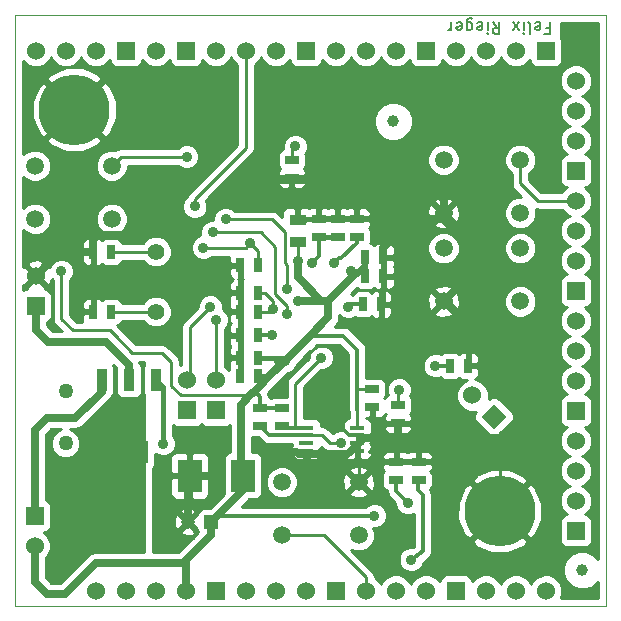
<source format=gtl>
G04 (created by PCBNEW-RS274X (2012-01-19 BZR 3256)-stable) date 07/08/2012 11:34:10*
G01*
G70*
G90*
%MOIN*%
G04 Gerber Fmt 3.4, Leading zero omitted, Abs format*
%FSLAX34Y34*%
G04 APERTURE LIST*
%ADD10C,0.006000*%
%ADD11C,0.007900*%
%ADD12C,0.003900*%
%ADD13R,0.045000X0.045000*%
%ADD14C,0.045000*%
%ADD15C,0.050000*%
%ADD16R,0.060000X0.060000*%
%ADD17C,0.060000*%
%ADD18C,0.056000*%
%ADD19R,0.128000X0.074800*%
%ADD20R,0.037400X0.074800*%
%ADD21R,0.045000X0.025000*%
%ADD22R,0.025000X0.045000*%
%ADD23R,0.039400X0.039400*%
%ADD24R,0.078700X0.110300*%
%ADD25C,0.059100*%
%ADD26C,0.039400*%
%ADD27C,0.236200*%
%ADD28R,0.055000X0.035000*%
%ADD29R,0.050000X0.015000*%
%ADD30C,0.035000*%
%ADD31C,0.025000*%
%ADD32C,0.010000*%
%ADD33C,0.012000*%
%ADD34C,0.016000*%
G04 APERTURE END LIST*
G54D10*
G54D11*
X17690Y-00441D02*
X17821Y-00441D01*
X17821Y-00235D02*
X17821Y-00629D01*
X17634Y-00629D01*
X17333Y-00253D02*
X17371Y-00235D01*
X17446Y-00235D01*
X17483Y-00253D01*
X17502Y-00291D01*
X17502Y-00441D01*
X17483Y-00478D01*
X17446Y-00497D01*
X17371Y-00497D01*
X17333Y-00478D01*
X17314Y-00441D01*
X17314Y-00403D01*
X17502Y-00366D01*
X17089Y-00235D02*
X17126Y-00253D01*
X17145Y-00291D01*
X17145Y-00629D01*
X16939Y-00235D02*
X16939Y-00497D01*
X16939Y-00629D02*
X16958Y-00610D01*
X16939Y-00591D01*
X16920Y-00610D01*
X16939Y-00629D01*
X16939Y-00591D01*
X16789Y-00235D02*
X16582Y-00497D01*
X16789Y-00497D02*
X16582Y-00235D01*
X15907Y-00235D02*
X16038Y-00422D01*
X16132Y-00235D02*
X16132Y-00629D01*
X15982Y-00629D01*
X15945Y-00610D01*
X15926Y-00591D01*
X15907Y-00553D01*
X15907Y-00497D01*
X15926Y-00460D01*
X15945Y-00441D01*
X15982Y-00422D01*
X16132Y-00422D01*
X15738Y-00235D02*
X15738Y-00497D01*
X15738Y-00629D02*
X15757Y-00610D01*
X15738Y-00591D01*
X15719Y-00610D01*
X15738Y-00629D01*
X15738Y-00591D01*
X15400Y-00253D02*
X15438Y-00235D01*
X15513Y-00235D01*
X15550Y-00253D01*
X15569Y-00291D01*
X15569Y-00441D01*
X15550Y-00478D01*
X15513Y-00497D01*
X15438Y-00497D01*
X15400Y-00478D01*
X15381Y-00441D01*
X15381Y-00403D01*
X15569Y-00366D01*
X15043Y-00497D02*
X15043Y-00178D01*
X15062Y-00141D01*
X15081Y-00122D01*
X15118Y-00103D01*
X15175Y-00103D01*
X15212Y-00122D01*
X15043Y-00253D02*
X15081Y-00235D01*
X15156Y-00235D01*
X15193Y-00253D01*
X15212Y-00272D01*
X15231Y-00310D01*
X15231Y-00422D01*
X15212Y-00460D01*
X15193Y-00478D01*
X15156Y-00497D01*
X15081Y-00497D01*
X15043Y-00478D01*
X14706Y-00253D02*
X14744Y-00235D01*
X14819Y-00235D01*
X14856Y-00253D01*
X14875Y-00291D01*
X14875Y-00441D01*
X14856Y-00478D01*
X14819Y-00497D01*
X14744Y-00497D01*
X14706Y-00478D01*
X14687Y-00441D01*
X14687Y-00403D01*
X14875Y-00366D01*
X14518Y-00235D02*
X14518Y-00497D01*
X14518Y-00422D02*
X14499Y-00460D01*
X14481Y-00478D01*
X14443Y-00497D01*
X14406Y-00497D01*
G54D12*
X00000Y-19685D02*
X00000Y00000D01*
X19685Y-19685D02*
X00000Y-19685D01*
X19685Y00000D02*
X19685Y-19685D01*
X00000Y00000D02*
X19685Y00000D01*
G54D13*
X06536Y-16890D03*
G54D14*
X05748Y-16890D03*
G54D15*
X01674Y-14272D03*
X01674Y-12540D03*
G54D16*
X18689Y-17189D03*
G54D17*
X18689Y-16189D03*
X18689Y-15189D03*
X18689Y-14189D03*
G54D16*
X13689Y-01189D03*
G54D17*
X12689Y-01189D03*
X11689Y-01189D03*
X10689Y-01189D03*
G54D16*
X17689Y-01189D03*
G54D17*
X16689Y-01189D03*
X15689Y-01189D03*
X14689Y-01189D03*
G54D16*
X18689Y-13189D03*
G54D17*
X18689Y-12189D03*
X18689Y-11189D03*
X18689Y-10189D03*
G54D16*
X18689Y-05189D03*
G54D17*
X18689Y-04189D03*
X18689Y-03189D03*
X18689Y-02189D03*
G54D16*
X18689Y-09189D03*
G54D17*
X18689Y-08189D03*
X18689Y-07189D03*
X18689Y-06189D03*
G54D16*
X06689Y-19189D03*
G54D17*
X07689Y-19189D03*
X08689Y-19189D03*
X09689Y-19189D03*
G54D16*
X10689Y-19189D03*
G54D17*
X11689Y-19189D03*
X12689Y-19189D03*
X13689Y-19189D03*
G54D16*
X14689Y-19189D03*
G54D17*
X15689Y-19189D03*
X16689Y-19189D03*
X17689Y-19189D03*
G54D16*
X09689Y-01189D03*
G54D17*
X08689Y-01189D03*
X07689Y-01189D03*
X06689Y-01189D03*
G54D16*
X03689Y-01189D03*
G54D17*
X02689Y-01189D03*
X01689Y-01189D03*
X00689Y-01189D03*
X02689Y-19189D03*
X03689Y-19189D03*
X04689Y-19189D03*
X05689Y-19189D03*
G54D18*
X04689Y-09889D03*
X04689Y-07889D03*
G54D19*
X03780Y-14567D03*
G54D20*
X04686Y-12165D03*
X03780Y-12165D03*
X02874Y-12165D03*
G54D21*
X11378Y-07387D03*
X11378Y-06787D03*
G54D22*
X11669Y-08071D03*
X12269Y-08071D03*
G54D21*
X10118Y-06787D03*
X10118Y-07387D03*
G54D22*
X11590Y-09646D03*
X12190Y-09646D03*
G54D21*
X09213Y-05418D03*
X09213Y-04818D03*
G54D16*
X00639Y-16689D03*
G54D17*
X00639Y-17689D03*
G54D16*
X00689Y-09689D03*
G54D17*
X00689Y-08689D03*
G54D23*
X03543Y-16142D03*
G54D16*
X05689Y-01189D03*
G54D17*
X04689Y-01189D03*
G54D22*
X08095Y-08346D03*
X07495Y-08346D03*
X08095Y-11417D03*
X07495Y-11417D03*
X08095Y-09252D03*
X07495Y-09252D03*
X08095Y-10669D03*
X07495Y-10669D03*
G54D10*
G36*
X16369Y-13386D02*
X15945Y-13810D01*
X15521Y-13386D01*
X15945Y-12962D01*
X16369Y-13386D01*
X16369Y-13386D01*
G37*
G54D17*
X15237Y-12678D03*
G54D21*
X13439Y-15489D03*
X13439Y-14889D03*
X12689Y-15489D03*
X12689Y-14889D03*
G54D22*
X14489Y-11689D03*
X15089Y-11689D03*
G54D21*
X12756Y-13007D03*
X12756Y-13607D03*
G54D22*
X03189Y-07889D03*
X02589Y-07889D03*
X03189Y-09889D03*
X02589Y-09889D03*
G54D24*
X07579Y-15354D03*
X05807Y-15354D03*
G54D25*
X00649Y-06792D03*
X00649Y-05020D03*
X03209Y-05020D03*
X03209Y-06792D03*
X11438Y-15571D03*
X11438Y-17343D03*
X08878Y-17343D03*
X08878Y-15571D03*
G54D16*
X06693Y-13177D03*
G54D17*
X06693Y-12177D03*
G54D16*
X05709Y-13177D03*
G54D17*
X05709Y-12177D03*
G54D26*
X18898Y-18504D03*
X12598Y-03543D03*
G54D27*
X16142Y-16535D03*
X01969Y-03150D03*
G54D22*
X11669Y-08701D03*
X12269Y-08701D03*
G54D21*
X10748Y-06787D03*
X10748Y-07387D03*
G54D22*
X08095Y-12047D03*
X07495Y-12047D03*
X08095Y-09882D03*
X07495Y-09882D03*
G54D28*
X09409Y-06830D03*
X09409Y-07580D03*
G54D21*
X08150Y-13686D03*
X08150Y-13086D03*
X08898Y-13686D03*
X08898Y-13086D03*
G54D29*
X09701Y-13750D03*
X09701Y-14006D03*
X09701Y-14262D03*
X09701Y-14518D03*
X11401Y-14518D03*
X11401Y-14262D03*
X11401Y-14006D03*
X11401Y-13750D03*
G54D21*
X11890Y-12456D03*
X11890Y-13056D03*
G54D25*
X14271Y-06595D03*
X14271Y-04823D03*
X16831Y-04823D03*
X16831Y-06595D03*
X14271Y-09547D03*
X14271Y-07775D03*
X16831Y-07775D03*
X16831Y-09547D03*
G54D30*
X09409Y-08189D03*
X08583Y-09803D03*
X08976Y-11535D03*
X11969Y-16693D03*
X01535Y-08543D03*
X11181Y-08543D03*
X09409Y-09528D03*
X10197Y-11417D03*
X10866Y-14252D03*
X07835Y-07598D03*
X09882Y-08268D03*
X05984Y-06378D03*
X08543Y-10669D03*
X10630Y-08268D03*
X06260Y-07756D03*
X11102Y-09724D03*
X07008Y-06811D03*
X09055Y-09134D03*
X06693Y-10158D03*
X06496Y-09724D03*
X05827Y-09291D03*
X08583Y-05512D03*
X06535Y-15354D03*
X12874Y-07205D03*
X08504Y-14567D03*
X04921Y-14291D03*
X13071Y-16260D03*
X13989Y-11689D03*
X13189Y-18150D03*
X12789Y-12489D03*
X09331Y-04370D03*
X05709Y-04724D03*
X09055Y-09961D03*
X06575Y-07244D03*
G54D31*
X10433Y-10078D02*
X10433Y-09528D01*
X10433Y-09528D02*
X10197Y-09528D01*
G54D32*
X08095Y-09882D02*
X08504Y-09882D01*
X08307Y-09252D02*
X08583Y-09528D01*
X08583Y-09528D02*
X08583Y-09803D01*
G54D33*
X06733Y-16693D02*
X06536Y-16890D01*
G54D31*
X07835Y-12676D02*
X07520Y-12991D01*
G54D33*
X08150Y-12717D02*
X07972Y-12539D01*
X11393Y-11826D02*
X11393Y-11157D01*
G54D31*
X07520Y-15295D02*
X07579Y-15354D01*
G54D32*
X04409Y-11260D02*
X03898Y-11260D01*
X04882Y-11260D02*
X04409Y-11260D01*
G54D31*
X08464Y-12047D02*
X08976Y-11535D01*
X06536Y-16890D02*
X07579Y-15847D01*
X07520Y-15295D02*
X07520Y-13622D01*
G54D32*
X09409Y-08189D02*
X09409Y-07580D01*
G54D31*
X01656Y-19289D02*
X02677Y-18268D01*
X00639Y-18889D02*
X01039Y-19289D01*
G54D32*
X05512Y-12677D02*
X05197Y-12362D01*
G54D31*
X01039Y-19289D02*
X01639Y-19289D01*
G54D32*
X01535Y-10118D02*
X01535Y-08543D01*
X03150Y-10512D02*
X01929Y-10512D01*
X03898Y-11260D02*
X03307Y-10669D01*
G54D31*
X10197Y-09528D02*
X09409Y-09528D01*
G54D32*
X08095Y-09252D02*
X08307Y-09252D01*
X11401Y-13158D02*
X11393Y-13150D01*
G54D31*
X07520Y-12991D02*
X07520Y-13622D01*
G54D34*
X08858Y-11417D02*
X08976Y-11535D01*
G54D33*
X09449Y-08149D02*
X09409Y-08189D01*
G54D31*
X07579Y-15847D02*
X07579Y-15354D01*
X08976Y-11535D02*
X08741Y-11535D01*
G54D33*
X08150Y-13086D02*
X08150Y-12717D01*
G54D32*
X01929Y-10512D02*
X01535Y-10118D01*
X06536Y-12677D02*
X05512Y-12677D01*
X08504Y-09882D02*
X08583Y-09803D01*
X11280Y-08642D02*
X11280Y-08681D01*
G54D31*
X06161Y-17697D02*
X06169Y-17689D01*
X09409Y-11102D02*
X09823Y-10688D01*
X08976Y-11535D02*
X09409Y-11102D01*
X05689Y-19189D02*
X05689Y-18268D01*
X05689Y-18169D02*
X06161Y-17697D01*
G54D34*
X11669Y-08701D02*
X11669Y-08071D01*
G54D32*
X11378Y-08583D02*
X11378Y-08582D01*
G54D31*
X07835Y-12676D02*
X07834Y-12677D01*
X09409Y-08189D02*
X09409Y-08740D01*
G54D33*
X11393Y-12456D02*
X11393Y-11826D01*
X10255Y-10688D02*
X09823Y-10688D01*
X11393Y-13150D02*
X11393Y-12953D01*
G54D32*
X11890Y-12456D02*
X11393Y-12456D01*
X11401Y-13750D02*
X11401Y-13158D01*
G54D33*
X10924Y-10688D02*
X10255Y-10688D01*
X11393Y-11157D02*
X10924Y-10688D01*
G54D32*
X05197Y-11575D02*
X04882Y-11260D01*
G54D33*
X11669Y-08071D02*
X11669Y-08292D01*
G54D32*
X05197Y-12086D02*
X05197Y-11575D01*
X05197Y-12362D02*
X05197Y-12086D01*
G54D31*
X09823Y-10688D02*
X10433Y-10078D01*
G54D32*
X07520Y-12677D02*
X07834Y-12677D01*
X11181Y-08543D02*
X11280Y-08642D01*
G54D31*
X06161Y-17697D02*
X06536Y-17322D01*
X07835Y-12676D02*
X07972Y-12539D01*
G54D32*
X03307Y-10669D02*
X03150Y-10512D01*
G54D33*
X11393Y-12953D02*
X11393Y-12456D01*
G54D32*
X07520Y-12677D02*
X06536Y-12677D01*
G54D31*
X11280Y-08681D02*
X10433Y-09528D01*
G54D34*
X08095Y-11417D02*
X08858Y-11417D01*
G54D33*
X08095Y-12047D02*
X08464Y-12047D01*
G54D31*
X00639Y-17689D02*
X00639Y-18889D01*
X02677Y-18268D02*
X05689Y-18268D01*
X09409Y-08740D02*
X10197Y-09528D01*
X06536Y-16890D02*
X06536Y-17322D01*
G54D33*
X11669Y-08292D02*
X11378Y-08583D01*
G54D31*
X11378Y-08583D02*
X11280Y-08681D01*
X01639Y-19289D02*
X01656Y-19289D01*
G54D33*
X11969Y-16693D02*
X06733Y-16693D01*
G54D31*
X07972Y-12539D02*
X08464Y-12047D01*
X05689Y-18268D02*
X05689Y-18169D01*
G54D33*
X08150Y-13086D02*
X08898Y-13086D01*
X08962Y-13750D02*
X09331Y-13750D01*
G54D32*
X10197Y-11417D02*
X09331Y-12283D01*
G54D33*
X09331Y-13750D02*
X09701Y-13750D01*
G54D32*
X09331Y-12283D02*
X09331Y-13750D01*
G54D33*
X08898Y-13686D02*
X08962Y-13750D01*
X08150Y-13686D02*
X08470Y-14006D01*
X08470Y-14006D02*
X09701Y-14006D01*
G54D32*
X09701Y-14006D02*
X10227Y-14006D01*
X10473Y-14252D02*
X10866Y-14252D01*
X10227Y-14006D02*
X10473Y-14252D01*
X07401Y-07756D02*
X06260Y-07756D01*
G54D33*
X08095Y-10669D02*
X08543Y-10669D01*
G54D32*
X05984Y-06142D02*
X05984Y-06378D01*
X07689Y-01189D02*
X07689Y-04437D01*
G54D33*
X11180Y-09646D02*
X11102Y-09724D01*
X10118Y-07387D02*
X10118Y-08032D01*
X10118Y-08032D02*
X09882Y-08268D01*
X10865Y-08111D02*
X11378Y-07598D01*
X10787Y-08111D02*
X10630Y-08268D01*
X10787Y-08111D02*
X10865Y-08111D01*
G54D32*
X06260Y-05866D02*
X05984Y-06142D01*
G54D33*
X11590Y-09646D02*
X11180Y-09646D01*
G54D32*
X07677Y-07756D02*
X07835Y-07598D01*
X07689Y-04437D02*
X06260Y-05866D01*
X08095Y-07858D02*
X08095Y-08346D01*
X07835Y-07598D02*
X08095Y-07858D01*
X07401Y-07756D02*
X07677Y-07756D01*
G54D33*
X11378Y-07598D02*
X11378Y-07387D01*
G54D34*
X10118Y-07387D02*
X10748Y-07387D01*
G54D32*
X16831Y-05610D02*
X17410Y-06189D01*
X17410Y-06189D02*
X18689Y-06189D01*
X16831Y-04823D02*
X16831Y-05610D01*
X08976Y-07244D02*
X08976Y-08267D01*
X07008Y-06811D02*
X08543Y-06811D01*
X09055Y-09134D02*
X09055Y-08346D01*
X08543Y-06811D02*
X08976Y-07244D01*
X08976Y-08267D02*
X09055Y-08346D01*
X03780Y-15905D02*
X03543Y-16142D01*
X03543Y-16575D02*
X02559Y-17559D01*
X03543Y-16142D02*
X03543Y-16575D01*
X03780Y-14567D02*
X03780Y-15905D01*
X06693Y-12177D02*
X06693Y-10158D01*
X05827Y-10393D02*
X06496Y-09724D01*
X05709Y-12177D02*
X05827Y-12059D01*
X05827Y-12059D02*
X05827Y-10393D01*
X03189Y-07889D02*
X04689Y-07889D01*
X03189Y-09889D02*
X04689Y-09889D01*
X11890Y-13568D02*
X12008Y-13686D01*
G54D31*
X05748Y-15413D02*
X05807Y-15354D01*
G54D32*
X10866Y-11575D02*
X10866Y-11220D01*
X14271Y-06595D02*
X14370Y-06694D01*
X09119Y-05512D02*
X08583Y-05512D01*
X14370Y-06694D02*
X14370Y-06891D01*
G54D31*
X02598Y-07480D02*
X02755Y-07323D01*
X15985Y-14095D02*
X16383Y-14095D01*
X01465Y-07913D02*
X02589Y-07913D01*
X12008Y-14095D02*
X12087Y-14095D01*
G54D32*
X10039Y-13268D02*
X10039Y-12756D01*
G54D31*
X11653Y-14095D02*
X12008Y-14095D01*
G54D32*
X10866Y-11220D02*
X10670Y-11024D01*
X09213Y-05418D02*
X09119Y-05512D01*
G54D34*
X07637Y-05512D02*
X07677Y-05512D01*
G54D31*
X00689Y-08689D02*
X01465Y-07913D01*
X11142Y-14567D02*
X11063Y-14646D01*
G54D32*
X10906Y-13780D02*
X10551Y-13780D01*
X11132Y-14006D02*
X10984Y-13858D01*
G54D31*
X10276Y-05512D02*
X13622Y-05512D01*
G54D32*
X10039Y-11024D02*
X09488Y-11575D01*
G54D31*
X15689Y-11689D02*
X15689Y-10886D01*
G54D34*
X05827Y-08819D02*
X05827Y-08346D01*
G54D31*
X16889Y-13589D02*
X16889Y-12989D01*
G54D34*
X12689Y-13589D02*
X12689Y-14095D01*
X07495Y-11417D02*
X07495Y-10669D01*
G54D32*
X10551Y-13780D02*
X10039Y-13268D01*
G54D31*
X02598Y-07880D02*
X02598Y-07480D01*
G54D33*
X09701Y-14567D02*
X09701Y-14518D01*
X10118Y-05670D02*
X10276Y-05512D01*
G54D32*
X09213Y-05418D02*
X09213Y-05512D01*
X11438Y-14310D02*
X11653Y-14095D01*
G54D31*
X12087Y-14095D02*
X12689Y-14095D01*
X07067Y-06082D02*
X07637Y-05512D01*
X02755Y-07323D02*
X03622Y-07323D01*
G54D34*
X05827Y-08346D02*
X05827Y-07322D01*
X15689Y-11689D02*
X15089Y-11689D01*
G54D32*
X11401Y-14262D02*
X11401Y-14006D01*
X11525Y-14006D02*
X11614Y-14095D01*
G54D34*
X05827Y-07322D02*
X05960Y-07189D01*
G54D32*
X09213Y-05418D02*
X09213Y-05512D01*
G54D33*
X10118Y-06787D02*
X10118Y-05670D01*
G54D32*
X09452Y-06787D02*
X10118Y-06787D01*
G54D31*
X15989Y-12089D02*
X15689Y-11789D01*
G54D32*
X09213Y-05512D02*
X09213Y-05418D01*
X10748Y-06787D02*
X11378Y-06787D01*
X09701Y-14518D02*
X09701Y-14646D01*
G54D33*
X07495Y-12047D02*
X07495Y-11417D01*
G54D32*
X10039Y-12402D02*
X10866Y-11575D01*
X10039Y-12756D02*
X10039Y-12559D01*
G54D34*
X02589Y-07889D02*
X02589Y-07913D01*
G54D31*
X16383Y-14095D02*
X16889Y-13589D01*
G54D32*
X05866Y-09252D02*
X05827Y-09291D01*
G54D31*
X11653Y-14095D02*
X11614Y-14095D01*
G54D32*
X10670Y-11024D02*
X10118Y-11024D01*
G54D31*
X02589Y-07889D02*
X02598Y-07880D01*
G54D32*
X10118Y-11024D02*
X10039Y-11024D01*
G54D31*
X05807Y-15354D02*
X06535Y-15354D01*
X13439Y-14095D02*
X13779Y-14095D01*
G54D32*
X07495Y-09252D02*
X05866Y-09252D01*
G54D31*
X12874Y-14095D02*
X13439Y-14095D01*
G54D32*
X11438Y-15571D02*
X11438Y-14310D01*
G54D31*
X12854Y-07185D02*
X13247Y-06792D01*
X12269Y-08071D02*
X12269Y-07770D01*
X12269Y-07770D02*
X12854Y-07185D01*
G54D32*
X16142Y-14336D02*
X16383Y-14095D01*
G54D31*
X14291Y-06181D02*
X14291Y-06772D01*
G54D34*
X07495Y-10669D02*
X07495Y-09252D01*
G54D31*
X13779Y-14095D02*
X15788Y-14095D01*
G54D34*
X12190Y-09646D02*
X12269Y-09567D01*
G54D31*
X14961Y-07482D02*
X14370Y-06891D01*
G54D32*
X12008Y-13686D02*
X12008Y-13819D01*
G54D34*
X05827Y-09291D02*
X05827Y-08819D01*
G54D32*
X10118Y-06787D02*
X10748Y-06787D01*
X11401Y-14518D02*
X11401Y-14262D01*
G54D31*
X03756Y-07189D02*
X05960Y-07189D01*
G54D32*
X11890Y-13056D02*
X11890Y-13568D01*
X12874Y-07205D02*
X12854Y-07185D01*
G54D31*
X14961Y-08857D02*
X14961Y-07482D01*
G54D34*
X12269Y-09567D02*
X12269Y-08701D01*
G54D31*
X14370Y-06891D02*
X14271Y-06792D01*
G54D32*
X09409Y-06830D02*
X09452Y-06787D01*
G54D33*
X12689Y-14280D02*
X12874Y-14095D01*
G54D31*
X13247Y-06792D02*
X14271Y-06792D01*
G54D32*
X12008Y-13819D02*
X12008Y-14095D01*
G54D31*
X14271Y-09547D02*
X14961Y-08857D01*
X15689Y-10886D02*
X14291Y-09488D01*
X14291Y-06772D02*
X14271Y-06792D01*
X10276Y-05512D02*
X08583Y-05512D01*
G54D32*
X11401Y-14006D02*
X11132Y-14006D01*
X11401Y-14006D02*
X11525Y-14006D01*
G54D33*
X13439Y-14889D02*
X13439Y-14095D01*
G54D34*
X07067Y-06082D02*
X07086Y-06063D01*
G54D31*
X05960Y-07189D02*
X07067Y-06082D01*
G54D32*
X10984Y-13858D02*
X10906Y-13780D01*
G54D31*
X05748Y-16890D02*
X05748Y-15413D01*
G54D34*
X15689Y-11789D02*
X15689Y-11689D01*
G54D31*
X12689Y-14095D02*
X12874Y-14095D01*
X11063Y-14646D02*
X10472Y-14646D01*
G54D34*
X12269Y-08701D02*
X12269Y-08071D01*
G54D31*
X14291Y-06181D02*
X13622Y-05512D01*
G54D34*
X07495Y-08346D02*
X07495Y-09252D01*
X02589Y-07889D02*
X02589Y-09889D01*
G54D31*
X15788Y-14095D02*
X15985Y-14095D01*
X09449Y-14646D02*
X09701Y-14646D01*
G54D32*
X11993Y-14095D02*
X12008Y-14095D01*
X16142Y-16535D02*
X16142Y-14336D01*
G54D31*
X03622Y-07323D02*
X03756Y-07189D01*
X07677Y-05512D02*
X08583Y-05512D01*
X09449Y-14646D02*
X09370Y-14567D01*
G54D32*
X10039Y-12559D02*
X10039Y-12402D01*
G54D31*
X09701Y-14646D02*
X10472Y-14646D01*
X16889Y-12989D02*
X15989Y-12089D01*
G54D33*
X09701Y-14518D02*
X09701Y-14567D01*
G54D31*
X11614Y-14095D02*
X11142Y-14567D01*
G54D33*
X12689Y-14889D02*
X12689Y-14280D01*
G54D31*
X09370Y-14567D02*
X08504Y-14567D01*
X02874Y-12165D02*
X02874Y-12554D01*
X02874Y-12554D02*
X01989Y-13439D01*
X00639Y-13839D02*
X01039Y-13439D01*
X00639Y-13839D02*
X00639Y-16689D01*
X01989Y-13439D02*
X01039Y-13439D01*
G54D34*
X04921Y-12400D02*
X04686Y-12165D01*
X04921Y-14291D02*
X04921Y-12400D01*
G54D33*
X13071Y-16260D02*
X12977Y-16166D01*
X12689Y-15878D02*
X13071Y-16260D01*
X12689Y-15489D02*
X12689Y-15878D01*
X14489Y-11689D02*
X13989Y-11689D01*
X13583Y-17878D02*
X13583Y-15985D01*
X13189Y-18150D02*
X13583Y-17878D01*
X13439Y-15489D02*
X13425Y-15503D01*
X13425Y-15827D02*
X13425Y-15503D01*
X13583Y-15985D02*
X13425Y-15827D01*
G54D32*
X12756Y-12522D02*
X12756Y-13007D01*
X12789Y-12489D02*
X12756Y-12522D01*
X09213Y-04818D02*
X09213Y-04488D01*
X09213Y-04488D02*
X09331Y-04370D01*
G54D31*
X00689Y-10492D02*
X00689Y-09689D01*
X03032Y-10906D02*
X01103Y-10906D01*
X01103Y-10906D02*
X00689Y-10492D01*
X03780Y-11654D02*
X03032Y-10906D01*
X03780Y-12165D02*
X03780Y-11654D01*
G54D32*
X08189Y-07244D02*
X07441Y-07244D01*
X05689Y-04744D02*
X05709Y-04724D01*
X09055Y-09961D02*
X09055Y-09685D01*
X08661Y-07716D02*
X08661Y-08465D01*
X08661Y-08464D02*
X08661Y-08465D01*
X03209Y-05020D02*
X03505Y-04724D01*
X08661Y-08465D02*
X08661Y-09291D01*
X08661Y-07716D02*
X08189Y-07244D01*
X03505Y-04724D02*
X05709Y-04724D01*
X08661Y-09291D02*
X09055Y-09685D01*
X07441Y-07244D02*
X06575Y-07244D01*
X08878Y-17343D02*
X10296Y-17343D01*
X11689Y-18736D02*
X11689Y-19189D01*
X10296Y-17343D02*
X11689Y-18736D01*
G54D10*
G36*
X07152Y-14561D02*
X07138Y-14561D01*
X07049Y-14598D01*
X06981Y-14666D01*
X06944Y-14755D01*
X06944Y-14851D01*
X06944Y-15953D01*
X06946Y-15959D01*
X06483Y-16423D01*
X06450Y-16423D01*
X06450Y-15466D01*
X06450Y-15242D01*
X06449Y-14852D01*
X06449Y-14753D01*
X06411Y-14662D01*
X06341Y-14592D01*
X06249Y-14554D01*
X05919Y-14553D01*
X05857Y-14615D01*
X05857Y-15304D01*
X06388Y-15304D01*
X06450Y-15242D01*
X06450Y-15466D01*
X06388Y-15404D01*
X05857Y-15404D01*
X05857Y-16093D01*
X05919Y-16155D01*
X06249Y-16154D01*
X06341Y-16116D01*
X06411Y-16046D01*
X06449Y-15955D01*
X06449Y-15856D01*
X06450Y-15466D01*
X06450Y-16423D01*
X06263Y-16423D01*
X06174Y-16460D01*
X06106Y-16528D01*
X06069Y-16617D01*
X06069Y-16640D01*
X06002Y-16707D01*
X06002Y-16565D01*
X05985Y-16479D01*
X05810Y-16420D01*
X05757Y-16423D01*
X05757Y-16093D01*
X05757Y-15404D01*
X05757Y-15304D01*
X05757Y-14615D01*
X05695Y-14553D01*
X05365Y-14554D01*
X05273Y-14592D01*
X05203Y-14662D01*
X05165Y-14753D01*
X05165Y-14852D01*
X05164Y-15242D01*
X05226Y-15304D01*
X05757Y-15304D01*
X05757Y-15404D01*
X05226Y-15404D01*
X05164Y-15466D01*
X05165Y-15856D01*
X05165Y-15955D01*
X05203Y-16046D01*
X05273Y-16116D01*
X05365Y-16154D01*
X05695Y-16155D01*
X05757Y-16093D01*
X05757Y-16423D01*
X05625Y-16432D01*
X05511Y-16479D01*
X05494Y-16565D01*
X05748Y-16819D01*
X06002Y-16565D01*
X06002Y-16707D01*
X05819Y-16890D01*
X06069Y-17140D01*
X06069Y-17163D01*
X06100Y-17237D01*
X06002Y-17335D01*
X06002Y-17215D01*
X05748Y-16961D01*
X05677Y-17032D01*
X05677Y-16890D01*
X05423Y-16636D01*
X05337Y-16653D01*
X05278Y-16828D01*
X05290Y-17013D01*
X05337Y-17127D01*
X05423Y-17144D01*
X05677Y-16890D01*
X05677Y-17032D01*
X05494Y-17215D01*
X05511Y-17301D01*
X05686Y-17360D01*
X05871Y-17348D01*
X05985Y-17301D01*
X06002Y-17215D01*
X06002Y-17335D01*
X05909Y-17429D01*
X05903Y-17435D01*
X05900Y-17437D01*
X05437Y-17900D01*
X04578Y-17900D01*
X04578Y-15125D01*
X04625Y-15078D01*
X04662Y-14989D01*
X04662Y-14893D01*
X04662Y-14623D01*
X04684Y-14645D01*
X04838Y-14709D01*
X05004Y-14709D01*
X05158Y-14645D01*
X05275Y-14528D01*
X05339Y-14374D01*
X05339Y-14208D01*
X05275Y-14054D01*
X05244Y-14023D01*
X05244Y-13654D01*
X05272Y-13682D01*
X05361Y-13719D01*
X05457Y-13719D01*
X06057Y-13719D01*
X06146Y-13682D01*
X06201Y-13627D01*
X06256Y-13682D01*
X06345Y-13719D01*
X06441Y-13719D01*
X07041Y-13719D01*
X07130Y-13682D01*
X07152Y-13660D01*
X07152Y-14561D01*
X07152Y-14561D01*
G37*
G54D32*
X07152Y-14561D02*
X07138Y-14561D01*
X07049Y-14598D01*
X06981Y-14666D01*
X06944Y-14755D01*
X06944Y-14851D01*
X06944Y-15953D01*
X06946Y-15959D01*
X06483Y-16423D01*
X06450Y-16423D01*
X06450Y-15466D01*
X06450Y-15242D01*
X06449Y-14852D01*
X06449Y-14753D01*
X06411Y-14662D01*
X06341Y-14592D01*
X06249Y-14554D01*
X05919Y-14553D01*
X05857Y-14615D01*
X05857Y-15304D01*
X06388Y-15304D01*
X06450Y-15242D01*
X06450Y-15466D01*
X06388Y-15404D01*
X05857Y-15404D01*
X05857Y-16093D01*
X05919Y-16155D01*
X06249Y-16154D01*
X06341Y-16116D01*
X06411Y-16046D01*
X06449Y-15955D01*
X06449Y-15856D01*
X06450Y-15466D01*
X06450Y-16423D01*
X06263Y-16423D01*
X06174Y-16460D01*
X06106Y-16528D01*
X06069Y-16617D01*
X06069Y-16640D01*
X06002Y-16707D01*
X06002Y-16565D01*
X05985Y-16479D01*
X05810Y-16420D01*
X05757Y-16423D01*
X05757Y-16093D01*
X05757Y-15404D01*
X05757Y-15304D01*
X05757Y-14615D01*
X05695Y-14553D01*
X05365Y-14554D01*
X05273Y-14592D01*
X05203Y-14662D01*
X05165Y-14753D01*
X05165Y-14852D01*
X05164Y-15242D01*
X05226Y-15304D01*
X05757Y-15304D01*
X05757Y-15404D01*
X05226Y-15404D01*
X05164Y-15466D01*
X05165Y-15856D01*
X05165Y-15955D01*
X05203Y-16046D01*
X05273Y-16116D01*
X05365Y-16154D01*
X05695Y-16155D01*
X05757Y-16093D01*
X05757Y-16423D01*
X05625Y-16432D01*
X05511Y-16479D01*
X05494Y-16565D01*
X05748Y-16819D01*
X06002Y-16565D01*
X06002Y-16707D01*
X05819Y-16890D01*
X06069Y-17140D01*
X06069Y-17163D01*
X06100Y-17237D01*
X06002Y-17335D01*
X06002Y-17215D01*
X05748Y-16961D01*
X05677Y-17032D01*
X05677Y-16890D01*
X05423Y-16636D01*
X05337Y-16653D01*
X05278Y-16828D01*
X05290Y-17013D01*
X05337Y-17127D01*
X05423Y-17144D01*
X05677Y-16890D01*
X05677Y-17032D01*
X05494Y-17215D01*
X05511Y-17301D01*
X05686Y-17360D01*
X05871Y-17348D01*
X05985Y-17301D01*
X06002Y-17215D01*
X06002Y-17335D01*
X05909Y-17429D01*
X05903Y-17435D01*
X05900Y-17437D01*
X05437Y-17900D01*
X04578Y-17900D01*
X04578Y-15125D01*
X04625Y-15078D01*
X04662Y-14989D01*
X04662Y-14893D01*
X04662Y-14623D01*
X04684Y-14645D01*
X04838Y-14709D01*
X05004Y-14709D01*
X05158Y-14645D01*
X05275Y-14528D01*
X05339Y-14374D01*
X05339Y-14208D01*
X05275Y-14054D01*
X05244Y-14023D01*
X05244Y-13654D01*
X05272Y-13682D01*
X05361Y-13719D01*
X05457Y-13719D01*
X06057Y-13719D01*
X06146Y-13682D01*
X06201Y-13627D01*
X06256Y-13682D01*
X06345Y-13719D01*
X06441Y-13719D01*
X07041Y-13719D01*
X07130Y-13682D01*
X07152Y-13660D01*
X07152Y-14561D01*
G54D10*
G36*
X09837Y-11194D02*
X09779Y-11334D01*
X09779Y-11420D01*
X09124Y-12076D01*
X09060Y-12171D01*
X09038Y-12283D01*
X09038Y-12719D01*
X08625Y-12719D01*
X08536Y-12756D01*
X08524Y-12768D01*
X08512Y-12756D01*
X08453Y-12731D01*
X08453Y-12717D01*
X08452Y-12716D01*
X08430Y-12601D01*
X08724Y-12308D01*
X08724Y-12307D01*
X08726Y-12305D01*
X09091Y-11939D01*
X09213Y-11889D01*
X09330Y-11772D01*
X09380Y-11650D01*
X09669Y-11362D01*
X09837Y-11194D01*
X09837Y-11194D01*
G37*
G54D32*
X09837Y-11194D02*
X09779Y-11334D01*
X09779Y-11420D01*
X09124Y-12076D01*
X09060Y-12171D01*
X09038Y-12283D01*
X09038Y-12719D01*
X08625Y-12719D01*
X08536Y-12756D01*
X08524Y-12768D01*
X08512Y-12756D01*
X08453Y-12731D01*
X08453Y-12717D01*
X08452Y-12716D01*
X08430Y-12601D01*
X08724Y-12308D01*
X08724Y-12307D01*
X08726Y-12305D01*
X09091Y-11939D01*
X09213Y-11889D01*
X09330Y-11772D01*
X09380Y-11650D01*
X09669Y-11362D01*
X09837Y-11194D01*
G54D10*
G36*
X11108Y-13433D02*
X11103Y-13433D01*
X11014Y-13470D01*
X10946Y-13538D01*
X10909Y-13627D01*
X10909Y-13723D01*
X10909Y-13834D01*
X10783Y-13834D01*
X10629Y-13898D01*
X10581Y-13945D01*
X10434Y-13799D01*
X10339Y-13735D01*
X10227Y-13713D01*
X10193Y-13713D01*
X10193Y-13627D01*
X10156Y-13538D01*
X10088Y-13470D01*
X09999Y-13433D01*
X09903Y-13433D01*
X09624Y-13433D01*
X09624Y-12404D01*
X10193Y-11835D01*
X10280Y-11835D01*
X10434Y-11771D01*
X10551Y-11654D01*
X10615Y-11500D01*
X10615Y-11334D01*
X10551Y-11180D01*
X10434Y-11063D01*
X10280Y-10999D01*
X10114Y-10999D01*
X09974Y-11056D01*
X10040Y-10991D01*
X10255Y-10991D01*
X10799Y-10991D01*
X11090Y-11282D01*
X11090Y-11826D01*
X11090Y-12456D01*
X11090Y-12953D01*
X11090Y-13150D01*
X11108Y-13240D01*
X11108Y-13433D01*
X11108Y-13433D01*
G37*
G54D32*
X11108Y-13433D02*
X11103Y-13433D01*
X11014Y-13470D01*
X10946Y-13538D01*
X10909Y-13627D01*
X10909Y-13723D01*
X10909Y-13834D01*
X10783Y-13834D01*
X10629Y-13898D01*
X10581Y-13945D01*
X10434Y-13799D01*
X10339Y-13735D01*
X10227Y-13713D01*
X10193Y-13713D01*
X10193Y-13627D01*
X10156Y-13538D01*
X10088Y-13470D01*
X09999Y-13433D01*
X09903Y-13433D01*
X09624Y-13433D01*
X09624Y-12404D01*
X10193Y-11835D01*
X10280Y-11835D01*
X10434Y-11771D01*
X10551Y-11654D01*
X10615Y-11500D01*
X10615Y-11334D01*
X10551Y-11180D01*
X10434Y-11063D01*
X10280Y-10999D01*
X10114Y-10999D01*
X09974Y-11056D01*
X10040Y-10991D01*
X10255Y-10991D01*
X10799Y-10991D01*
X11090Y-11282D01*
X11090Y-11826D01*
X11090Y-12456D01*
X11090Y-12953D01*
X11090Y-13150D01*
X11108Y-13240D01*
X11108Y-13433D01*
G54D10*
G36*
X19423Y-19423D02*
X18178Y-19423D01*
X18231Y-19298D01*
X18231Y-19082D01*
X18149Y-18883D01*
X17997Y-18730D01*
X17798Y-18647D01*
X17582Y-18647D01*
X17548Y-18661D01*
X17548Y-16262D01*
X17369Y-15825D01*
X17369Y-09655D01*
X17369Y-09441D01*
X17369Y-07883D01*
X17369Y-07669D01*
X17287Y-07471D01*
X17136Y-07320D01*
X16939Y-07237D01*
X16725Y-07237D01*
X16527Y-07319D01*
X16376Y-07470D01*
X16293Y-07667D01*
X16293Y-07881D01*
X16375Y-08079D01*
X16526Y-08230D01*
X16723Y-08313D01*
X16937Y-08313D01*
X17135Y-08231D01*
X17286Y-08080D01*
X17369Y-07883D01*
X17369Y-09441D01*
X17287Y-09243D01*
X17136Y-09092D01*
X16939Y-09009D01*
X16725Y-09009D01*
X16527Y-09091D01*
X16376Y-09242D01*
X16293Y-09439D01*
X16293Y-09653D01*
X16375Y-09851D01*
X16526Y-10002D01*
X16723Y-10085D01*
X16937Y-10085D01*
X17135Y-10003D01*
X17286Y-09852D01*
X17369Y-09655D01*
X17369Y-15825D01*
X17336Y-15745D01*
X17329Y-15735D01*
X17145Y-15603D01*
X17074Y-15674D01*
X17074Y-15532D01*
X16942Y-15348D01*
X16611Y-15208D01*
X16611Y-13434D01*
X16611Y-13338D01*
X16574Y-13249D01*
X16506Y-13181D01*
X16082Y-12757D01*
X15993Y-12720D01*
X15897Y-12720D01*
X15808Y-12757D01*
X15779Y-12786D01*
X15779Y-12571D01*
X15697Y-12372D01*
X15545Y-12219D01*
X15346Y-12136D01*
X15328Y-12136D01*
X15355Y-12125D01*
X15425Y-12055D01*
X15463Y-11964D01*
X15463Y-11865D01*
X15464Y-11801D01*
X15464Y-11577D01*
X15463Y-11513D01*
X15463Y-11414D01*
X15425Y-11323D01*
X15355Y-11253D01*
X15263Y-11215D01*
X15201Y-11214D01*
X15139Y-11276D01*
X15139Y-11639D01*
X15402Y-11639D01*
X15464Y-11577D01*
X15464Y-11801D01*
X15402Y-11739D01*
X15189Y-11739D01*
X15139Y-11739D01*
X15039Y-11739D01*
X15039Y-11639D01*
X15039Y-11589D01*
X15039Y-11276D01*
X14977Y-11214D01*
X14915Y-11215D01*
X14823Y-11253D01*
X14811Y-11265D01*
X14811Y-09625D01*
X14811Y-06673D01*
X14809Y-06637D01*
X14809Y-04931D01*
X14809Y-04717D01*
X14727Y-04519D01*
X14576Y-04368D01*
X14379Y-04285D01*
X14165Y-04285D01*
X13967Y-04367D01*
X13816Y-04518D01*
X13733Y-04715D01*
X13733Y-04929D01*
X13815Y-05127D01*
X13966Y-05278D01*
X14163Y-05361D01*
X14377Y-05361D01*
X14575Y-05279D01*
X14726Y-05128D01*
X14809Y-04931D01*
X14809Y-06637D01*
X14799Y-06461D01*
X14739Y-06316D01*
X14646Y-06291D01*
X14575Y-06362D01*
X14575Y-06220D01*
X14550Y-06127D01*
X14349Y-06055D01*
X14137Y-06067D01*
X13992Y-06127D01*
X13967Y-06220D01*
X14271Y-06524D01*
X14575Y-06220D01*
X14575Y-06362D01*
X14342Y-06595D01*
X14646Y-06899D01*
X14739Y-06874D01*
X14811Y-06673D01*
X14811Y-09625D01*
X14809Y-09589D01*
X14809Y-07883D01*
X14809Y-07669D01*
X14727Y-07471D01*
X14576Y-07320D01*
X14575Y-07319D01*
X14575Y-06970D01*
X14271Y-06666D01*
X14200Y-06737D01*
X14200Y-06595D01*
X13896Y-06291D01*
X13803Y-06316D01*
X13731Y-06517D01*
X13743Y-06729D01*
X13803Y-06874D01*
X13896Y-06899D01*
X14200Y-06595D01*
X14200Y-06737D01*
X13967Y-06970D01*
X13992Y-07063D01*
X14193Y-07135D01*
X14405Y-07123D01*
X14550Y-07063D01*
X14575Y-06970D01*
X14575Y-07319D01*
X14379Y-07237D01*
X14165Y-07237D01*
X13967Y-07319D01*
X13816Y-07470D01*
X13733Y-07667D01*
X13733Y-07881D01*
X13815Y-08079D01*
X13966Y-08230D01*
X14163Y-08313D01*
X14377Y-08313D01*
X14575Y-08231D01*
X14726Y-08080D01*
X14809Y-07883D01*
X14809Y-09589D01*
X14799Y-09413D01*
X14739Y-09268D01*
X14646Y-09243D01*
X14575Y-09314D01*
X14575Y-09172D01*
X14550Y-09079D01*
X14349Y-09007D01*
X14137Y-09019D01*
X13992Y-09079D01*
X13967Y-09172D01*
X14271Y-09476D01*
X14575Y-09172D01*
X14575Y-09314D01*
X14342Y-09547D01*
X14646Y-09851D01*
X14739Y-09826D01*
X14811Y-09625D01*
X14811Y-11265D01*
X14784Y-11292D01*
X14751Y-11259D01*
X14662Y-11222D01*
X14575Y-11222D01*
X14575Y-09922D01*
X14271Y-09618D01*
X14200Y-09689D01*
X14200Y-09547D01*
X13896Y-09243D01*
X13803Y-09268D01*
X13731Y-09469D01*
X13743Y-09681D01*
X13803Y-09826D01*
X13896Y-09851D01*
X14200Y-09547D01*
X14200Y-09689D01*
X13967Y-09922D01*
X13992Y-10015D01*
X14193Y-10087D01*
X14405Y-10075D01*
X14550Y-10015D01*
X14575Y-09922D01*
X14575Y-11222D01*
X14566Y-11222D01*
X14316Y-11222D01*
X14227Y-11259D01*
X14173Y-11312D01*
X14072Y-11271D01*
X13906Y-11271D01*
X13752Y-11335D01*
X13635Y-11452D01*
X13571Y-11606D01*
X13571Y-11772D01*
X13635Y-11926D01*
X13752Y-12043D01*
X13906Y-12107D01*
X14072Y-12107D01*
X14173Y-12065D01*
X14227Y-12119D01*
X14316Y-12156D01*
X14412Y-12156D01*
X14662Y-12156D01*
X14751Y-12119D01*
X14784Y-12086D01*
X14823Y-12125D01*
X14915Y-12163D01*
X14977Y-12164D01*
X14989Y-12152D01*
X14989Y-12164D01*
X15039Y-12164D01*
X15061Y-12164D01*
X15039Y-12173D01*
X14931Y-12218D01*
X14778Y-12370D01*
X14695Y-12569D01*
X14695Y-12785D01*
X14777Y-12984D01*
X14929Y-13137D01*
X15128Y-13220D01*
X15344Y-13220D01*
X15316Y-13249D01*
X15279Y-13338D01*
X15279Y-13434D01*
X15316Y-13523D01*
X15384Y-13591D01*
X15808Y-14015D01*
X15897Y-14052D01*
X15993Y-14052D01*
X16082Y-14015D01*
X16150Y-13947D01*
X16574Y-13523D01*
X16611Y-13434D01*
X16611Y-15208D01*
X16428Y-15132D01*
X15869Y-15129D01*
X15352Y-15341D01*
X15342Y-15348D01*
X15210Y-15532D01*
X16142Y-16464D01*
X17074Y-15532D01*
X17074Y-15674D01*
X16213Y-16535D01*
X17145Y-17467D01*
X17329Y-17335D01*
X17545Y-16821D01*
X17548Y-16262D01*
X17548Y-18661D01*
X17383Y-18729D01*
X17230Y-18881D01*
X17188Y-18979D01*
X17149Y-18883D01*
X17074Y-18807D01*
X17074Y-17538D01*
X16142Y-16606D01*
X16071Y-16677D01*
X16071Y-16535D01*
X15139Y-15603D01*
X14955Y-15735D01*
X14739Y-16249D01*
X14736Y-16808D01*
X14948Y-17325D01*
X14955Y-17335D01*
X15139Y-17467D01*
X16071Y-16535D01*
X16071Y-16677D01*
X15210Y-17538D01*
X15342Y-17722D01*
X15856Y-17938D01*
X16415Y-17941D01*
X16932Y-17729D01*
X16942Y-17722D01*
X17074Y-17538D01*
X17074Y-18807D01*
X16997Y-18730D01*
X16798Y-18647D01*
X16582Y-18647D01*
X16383Y-18729D01*
X16230Y-18881D01*
X16188Y-18979D01*
X16149Y-18883D01*
X15997Y-18730D01*
X15798Y-18647D01*
X15582Y-18647D01*
X15383Y-18729D01*
X15231Y-18880D01*
X15231Y-18841D01*
X15194Y-18752D01*
X15126Y-18684D01*
X15037Y-18647D01*
X14941Y-18647D01*
X14341Y-18647D01*
X14252Y-18684D01*
X14184Y-18752D01*
X14147Y-18841D01*
X14147Y-18880D01*
X13997Y-18730D01*
X13914Y-18695D01*
X13914Y-15001D01*
X13914Y-14777D01*
X13913Y-14715D01*
X13875Y-14623D01*
X13805Y-14553D01*
X13714Y-14515D01*
X13615Y-14515D01*
X13551Y-14514D01*
X13489Y-14576D01*
X13489Y-14839D01*
X13852Y-14839D01*
X13914Y-14777D01*
X13914Y-15001D01*
X13852Y-14939D01*
X13539Y-14939D01*
X13489Y-14939D01*
X13389Y-14939D01*
X13389Y-14839D01*
X13389Y-14576D01*
X13327Y-14514D01*
X13263Y-14515D01*
X13239Y-14515D01*
X13239Y-03671D01*
X13239Y-03416D01*
X13142Y-03180D01*
X12961Y-03000D01*
X12726Y-02902D01*
X12471Y-02902D01*
X12235Y-02999D01*
X12055Y-03180D01*
X11957Y-03415D01*
X11957Y-03670D01*
X12054Y-03906D01*
X12235Y-04086D01*
X12470Y-04184D01*
X12725Y-04184D01*
X12961Y-04087D01*
X13141Y-03906D01*
X13239Y-03671D01*
X13239Y-14515D01*
X13231Y-14515D01*
X13231Y-13719D01*
X13169Y-13657D01*
X12806Y-13657D01*
X12806Y-13920D01*
X12868Y-13982D01*
X12932Y-13981D01*
X13031Y-13981D01*
X13122Y-13943D01*
X13192Y-13873D01*
X13230Y-13781D01*
X13231Y-13719D01*
X13231Y-14515D01*
X13164Y-14515D01*
X13073Y-14553D01*
X13064Y-14562D01*
X13055Y-14553D01*
X12964Y-14515D01*
X12865Y-14515D01*
X12801Y-14514D01*
X12739Y-14576D01*
X12739Y-14839D01*
X13026Y-14839D01*
X13102Y-14839D01*
X13389Y-14839D01*
X13389Y-14939D01*
X13339Y-14939D01*
X13102Y-14939D01*
X13026Y-14939D01*
X12789Y-14939D01*
X12739Y-14939D01*
X12706Y-14939D01*
X12706Y-13920D01*
X12706Y-13657D01*
X12343Y-13657D01*
X12281Y-13719D01*
X12282Y-13781D01*
X12320Y-13873D01*
X12390Y-13943D01*
X12481Y-13981D01*
X12580Y-13981D01*
X12644Y-13982D01*
X12706Y-13920D01*
X12706Y-14939D01*
X12639Y-14939D01*
X12639Y-14839D01*
X12639Y-14576D01*
X12577Y-14514D01*
X12513Y-14515D01*
X12414Y-14515D01*
X12323Y-14553D01*
X12253Y-14623D01*
X12215Y-14715D01*
X12214Y-14777D01*
X12276Y-14839D01*
X12639Y-14839D01*
X12639Y-14939D01*
X12589Y-14939D01*
X12276Y-14939D01*
X12214Y-15001D01*
X12215Y-15063D01*
X12253Y-15155D01*
X12292Y-15194D01*
X12259Y-15227D01*
X12222Y-15316D01*
X12222Y-15412D01*
X12222Y-15662D01*
X12259Y-15751D01*
X12327Y-15819D01*
X12386Y-15843D01*
X12386Y-15878D01*
X12409Y-15994D01*
X12475Y-16092D01*
X12653Y-16270D01*
X12653Y-16343D01*
X12717Y-16497D01*
X12834Y-16614D01*
X12988Y-16678D01*
X13154Y-16678D01*
X13280Y-16625D01*
X13280Y-17718D01*
X13261Y-17732D01*
X13106Y-17732D01*
X12952Y-17796D01*
X12835Y-17913D01*
X12771Y-18067D01*
X12771Y-18233D01*
X12835Y-18387D01*
X12952Y-18504D01*
X13106Y-18568D01*
X13272Y-18568D01*
X13426Y-18504D01*
X13543Y-18387D01*
X13607Y-18233D01*
X13607Y-18229D01*
X13755Y-18128D01*
X13776Y-18105D01*
X13797Y-18092D01*
X13813Y-18067D01*
X13837Y-18043D01*
X13846Y-18018D01*
X13863Y-17994D01*
X13870Y-17958D01*
X13880Y-17933D01*
X13879Y-17909D01*
X13886Y-17878D01*
X13886Y-15985D01*
X13863Y-15869D01*
X13818Y-15801D01*
X13869Y-15751D01*
X13906Y-15662D01*
X13906Y-15566D01*
X13906Y-15316D01*
X13869Y-15227D01*
X13836Y-15194D01*
X13875Y-15155D01*
X13913Y-15063D01*
X13914Y-15001D01*
X13914Y-18695D01*
X13798Y-18647D01*
X13582Y-18647D01*
X13383Y-18729D01*
X13230Y-18881D01*
X13188Y-18979D01*
X13149Y-18883D01*
X12997Y-18730D01*
X12798Y-18647D01*
X12582Y-18647D01*
X12383Y-18729D01*
X12230Y-18881D01*
X12188Y-18979D01*
X12149Y-18883D01*
X11997Y-18730D01*
X11979Y-18722D01*
X11960Y-18624D01*
X11959Y-18623D01*
X11896Y-18529D01*
X11895Y-18528D01*
X11188Y-17821D01*
X11330Y-17881D01*
X11544Y-17881D01*
X11742Y-17799D01*
X11893Y-17648D01*
X11976Y-17451D01*
X11976Y-17237D01*
X11923Y-17111D01*
X12052Y-17111D01*
X12206Y-17047D01*
X12323Y-16930D01*
X12387Y-16776D01*
X12387Y-16610D01*
X12323Y-16456D01*
X12206Y-16339D01*
X12052Y-16275D01*
X11978Y-16275D01*
X11978Y-15649D01*
X11966Y-15437D01*
X11906Y-15292D01*
X11813Y-15267D01*
X11742Y-15338D01*
X11742Y-15196D01*
X11717Y-15103D01*
X11516Y-15031D01*
X11304Y-15043D01*
X11159Y-15103D01*
X11134Y-15196D01*
X11438Y-15500D01*
X11742Y-15196D01*
X11742Y-15338D01*
X11509Y-15571D01*
X11813Y-15875D01*
X11906Y-15850D01*
X11978Y-15649D01*
X11978Y-16275D01*
X11886Y-16275D01*
X11742Y-16334D01*
X11742Y-15946D01*
X11438Y-15642D01*
X11367Y-15713D01*
X11367Y-15571D01*
X11063Y-15267D01*
X10970Y-15292D01*
X10898Y-15493D01*
X10910Y-15705D01*
X10970Y-15850D01*
X11063Y-15875D01*
X11367Y-15571D01*
X11367Y-15713D01*
X11134Y-15946D01*
X11159Y-16039D01*
X11360Y-16111D01*
X11572Y-16099D01*
X11717Y-16039D01*
X11742Y-15946D01*
X11742Y-16334D01*
X11732Y-16339D01*
X11681Y-16390D01*
X09416Y-16390D01*
X09416Y-15679D01*
X09416Y-15465D01*
X09334Y-15267D01*
X09183Y-15116D01*
X08986Y-15033D01*
X08772Y-15033D01*
X08574Y-15115D01*
X08423Y-15266D01*
X08340Y-15463D01*
X08340Y-15677D01*
X08422Y-15875D01*
X08573Y-16026D01*
X08770Y-16109D01*
X08984Y-16109D01*
X09182Y-16027D01*
X09333Y-15876D01*
X09416Y-15679D01*
X09416Y-16390D01*
X07556Y-16390D01*
X07799Y-16147D01*
X08020Y-16147D01*
X08109Y-16110D01*
X08177Y-16042D01*
X08214Y-15953D01*
X08214Y-15857D01*
X08214Y-14755D01*
X08177Y-14666D01*
X08109Y-14598D01*
X08020Y-14561D01*
X07924Y-14561D01*
X07888Y-14561D01*
X07888Y-14053D01*
X07973Y-14053D01*
X08088Y-14053D01*
X08255Y-14220D01*
X08256Y-14220D01*
X08354Y-14286D01*
X08470Y-14309D01*
X09209Y-14309D01*
X09209Y-14377D01*
X09202Y-14394D01*
X09201Y-14419D01*
X09238Y-14456D01*
X09246Y-14474D01*
X09314Y-14542D01*
X09345Y-14555D01*
X09263Y-14555D01*
X09201Y-14617D01*
X09202Y-14642D01*
X09240Y-14734D01*
X09310Y-14804D01*
X09401Y-14842D01*
X09500Y-14842D01*
X09589Y-14843D01*
X09651Y-14781D01*
X09651Y-14579D01*
X09751Y-14579D01*
X09751Y-14781D01*
X09813Y-14843D01*
X09902Y-14842D01*
X10001Y-14842D01*
X10092Y-14804D01*
X10162Y-14734D01*
X10200Y-14642D01*
X10201Y-14617D01*
X10139Y-14555D01*
X10056Y-14555D01*
X10088Y-14542D01*
X10156Y-14474D01*
X10163Y-14456D01*
X10201Y-14419D01*
X10200Y-14394D01*
X10265Y-14459D01*
X10266Y-14459D01*
X10329Y-14501D01*
X10360Y-14522D01*
X10361Y-14523D01*
X10472Y-14544D01*
X10473Y-14545D01*
X10568Y-14545D01*
X10629Y-14606D01*
X10783Y-14670D01*
X10913Y-14670D01*
X10940Y-14734D01*
X11010Y-14804D01*
X11101Y-14842D01*
X11200Y-14842D01*
X11289Y-14843D01*
X11351Y-14781D01*
X11351Y-14618D01*
X11351Y-14555D01*
X11351Y-14525D01*
X11351Y-14481D01*
X11351Y-14418D01*
X11351Y-14362D01*
X11351Y-14299D01*
X11351Y-14269D01*
X11351Y-14255D01*
X11351Y-14225D01*
X11351Y-14212D01*
X11451Y-14212D01*
X11451Y-14225D01*
X11451Y-14255D01*
X11451Y-14269D01*
X11451Y-14299D01*
X11451Y-14481D01*
X11451Y-14525D01*
X11481Y-14555D01*
X11451Y-14555D01*
X11451Y-14781D01*
X11513Y-14843D01*
X11602Y-14842D01*
X11701Y-14842D01*
X11792Y-14804D01*
X11862Y-14734D01*
X11900Y-14642D01*
X11901Y-14617D01*
X11839Y-14555D01*
X11775Y-14555D01*
X11792Y-14548D01*
X11862Y-14478D01*
X11876Y-14443D01*
X11901Y-14419D01*
X11900Y-14394D01*
X11898Y-14390D01*
X11900Y-14386D01*
X11901Y-14361D01*
X11876Y-14336D01*
X11862Y-14302D01*
X11822Y-14262D01*
X11862Y-14222D01*
X11876Y-14187D01*
X11901Y-14163D01*
X11900Y-14138D01*
X11898Y-14134D01*
X11900Y-14130D01*
X11901Y-14105D01*
X11876Y-14080D01*
X11862Y-14046D01*
X11817Y-14001D01*
X11856Y-13962D01*
X11863Y-13944D01*
X11901Y-13907D01*
X11900Y-13882D01*
X11893Y-13865D01*
X11893Y-13777D01*
X11893Y-13627D01*
X11856Y-13538D01*
X11788Y-13470D01*
X11699Y-13433D01*
X11694Y-13433D01*
X11694Y-13430D01*
X11714Y-13430D01*
X11778Y-13431D01*
X11840Y-13369D01*
X11840Y-13156D01*
X11840Y-13106D01*
X11840Y-13006D01*
X11940Y-13006D01*
X11940Y-13106D01*
X11940Y-13156D01*
X11940Y-13369D01*
X12002Y-13431D01*
X12066Y-13430D01*
X12165Y-13430D01*
X12256Y-13392D01*
X12326Y-13322D01*
X12341Y-13284D01*
X12359Y-13302D01*
X12320Y-13341D01*
X12282Y-13433D01*
X12281Y-13495D01*
X12343Y-13557D01*
X12656Y-13557D01*
X12706Y-13557D01*
X12806Y-13557D01*
X12856Y-13557D01*
X13169Y-13557D01*
X13231Y-13495D01*
X13230Y-13433D01*
X13192Y-13341D01*
X13153Y-13302D01*
X13186Y-13269D01*
X13223Y-13180D01*
X13223Y-13084D01*
X13223Y-12834D01*
X13186Y-12745D01*
X13150Y-12709D01*
X13207Y-12572D01*
X13207Y-12406D01*
X13143Y-12252D01*
X13026Y-12135D01*
X12872Y-12071D01*
X12706Y-12071D01*
X12644Y-12096D01*
X12644Y-08813D01*
X12644Y-08589D01*
X12643Y-08525D01*
X12643Y-08426D01*
X12626Y-08386D01*
X12643Y-08346D01*
X12643Y-08247D01*
X12644Y-08183D01*
X12644Y-07959D01*
X12643Y-07895D01*
X12643Y-07796D01*
X12605Y-07705D01*
X12535Y-07635D01*
X12443Y-07597D01*
X12381Y-07596D01*
X12319Y-07658D01*
X12319Y-08021D01*
X12582Y-08021D01*
X12644Y-07959D01*
X12644Y-08183D01*
X12582Y-08121D01*
X12319Y-08121D01*
X12319Y-08288D01*
X12319Y-08484D01*
X12319Y-08651D01*
X12582Y-08651D01*
X12644Y-08589D01*
X12644Y-08813D01*
X12582Y-08751D01*
X12319Y-08751D01*
X12319Y-09114D01*
X12381Y-09176D01*
X12443Y-09175D01*
X12535Y-09137D01*
X12605Y-09067D01*
X12643Y-08976D01*
X12643Y-08877D01*
X12644Y-08813D01*
X12644Y-12096D01*
X12565Y-12129D01*
X12565Y-09758D01*
X12565Y-09534D01*
X12564Y-09470D01*
X12564Y-09371D01*
X12526Y-09280D01*
X12456Y-09210D01*
X12364Y-09172D01*
X12302Y-09171D01*
X12240Y-09233D01*
X12240Y-09596D01*
X12503Y-09596D01*
X12565Y-09534D01*
X12565Y-09758D01*
X12503Y-09696D01*
X12240Y-09696D01*
X12240Y-10059D01*
X12302Y-10121D01*
X12364Y-10120D01*
X12456Y-10082D01*
X12526Y-10012D01*
X12564Y-09921D01*
X12564Y-09822D01*
X12565Y-09758D01*
X12565Y-12129D01*
X12552Y-12135D01*
X12435Y-12252D01*
X12371Y-12406D01*
X12371Y-12572D01*
X12411Y-12669D01*
X12394Y-12677D01*
X12326Y-12745D01*
X12312Y-12776D01*
X12287Y-12751D01*
X12320Y-12718D01*
X12357Y-12629D01*
X12357Y-12533D01*
X12357Y-12283D01*
X12320Y-12194D01*
X12252Y-12126D01*
X12163Y-12089D01*
X12067Y-12089D01*
X11696Y-12089D01*
X11696Y-11826D01*
X11696Y-11157D01*
X11673Y-11041D01*
X11607Y-10943D01*
X11138Y-10474D01*
X11040Y-10408D01*
X10924Y-10385D01*
X10646Y-10385D01*
X10693Y-10339D01*
X10693Y-10338D01*
X10773Y-10219D01*
X10800Y-10078D01*
X10801Y-10078D01*
X10801Y-10014D01*
X10865Y-10078D01*
X11019Y-10142D01*
X11185Y-10142D01*
X11335Y-10079D01*
X11417Y-10113D01*
X11513Y-10113D01*
X11763Y-10113D01*
X11852Y-10076D01*
X11885Y-10043D01*
X11924Y-10082D01*
X12016Y-10120D01*
X12078Y-10121D01*
X12140Y-10059D01*
X12140Y-09746D01*
X12140Y-09696D01*
X12140Y-09596D01*
X12140Y-09546D01*
X12140Y-09233D01*
X12078Y-09171D01*
X12016Y-09172D01*
X11924Y-09210D01*
X11885Y-09249D01*
X11852Y-09216D01*
X11763Y-09179D01*
X11667Y-09179D01*
X11417Y-09179D01*
X11328Y-09216D01*
X11260Y-09284D01*
X11241Y-09329D01*
X11185Y-09306D01*
X11175Y-09306D01*
X11378Y-09102D01*
X11407Y-09131D01*
X11496Y-09168D01*
X11592Y-09168D01*
X11842Y-09168D01*
X11931Y-09131D01*
X11964Y-09098D01*
X12003Y-09137D01*
X12095Y-09175D01*
X12157Y-09176D01*
X12219Y-09114D01*
X12219Y-08801D01*
X12219Y-08751D01*
X12219Y-08651D01*
X12219Y-08601D01*
X12219Y-08484D01*
X12219Y-08288D01*
X12219Y-08171D01*
X12219Y-08121D01*
X12219Y-08021D01*
X12219Y-07971D01*
X12219Y-07658D01*
X12157Y-07596D01*
X12095Y-07597D01*
X12003Y-07635D01*
X11964Y-07674D01*
X11931Y-07641D01*
X11842Y-07604D01*
X11826Y-07604D01*
X11845Y-07560D01*
X11845Y-07464D01*
X11845Y-07214D01*
X11808Y-07125D01*
X11775Y-07092D01*
X11814Y-07053D01*
X11852Y-06961D01*
X11853Y-06899D01*
X11853Y-06675D01*
X11852Y-06613D01*
X11814Y-06521D01*
X11744Y-06451D01*
X11653Y-06413D01*
X11554Y-06413D01*
X11490Y-06412D01*
X11428Y-06474D01*
X11428Y-06737D01*
X11791Y-06737D01*
X11853Y-06675D01*
X11853Y-06899D01*
X11791Y-06837D01*
X11478Y-06837D01*
X11428Y-06837D01*
X11328Y-06837D01*
X11328Y-06737D01*
X11328Y-06474D01*
X11266Y-06412D01*
X11202Y-06413D01*
X11103Y-06413D01*
X11063Y-06429D01*
X11023Y-06413D01*
X10924Y-06413D01*
X10860Y-06412D01*
X10798Y-06474D01*
X10798Y-06737D01*
X10965Y-06737D01*
X11161Y-06737D01*
X11328Y-06737D01*
X11328Y-06837D01*
X11278Y-06837D01*
X11161Y-06837D01*
X10965Y-06837D01*
X10848Y-06837D01*
X10798Y-06837D01*
X10698Y-06837D01*
X10698Y-06737D01*
X10698Y-06474D01*
X10636Y-06412D01*
X10572Y-06413D01*
X10473Y-06413D01*
X10433Y-06429D01*
X10393Y-06413D01*
X10294Y-06413D01*
X10230Y-06412D01*
X10168Y-06474D01*
X10168Y-06737D01*
X10335Y-06737D01*
X10531Y-06737D01*
X10698Y-06737D01*
X10698Y-06837D01*
X10648Y-06837D01*
X10531Y-06837D01*
X10335Y-06837D01*
X10218Y-06837D01*
X10168Y-06837D01*
X10068Y-06837D01*
X10068Y-06737D01*
X10068Y-06474D01*
X10006Y-06412D01*
X09942Y-06413D01*
X09843Y-06413D01*
X09796Y-06432D01*
X09749Y-06412D01*
X09749Y-04453D01*
X09749Y-04287D01*
X09685Y-04133D01*
X09568Y-04016D01*
X09414Y-03952D01*
X09248Y-03952D01*
X09094Y-04016D01*
X08977Y-04133D01*
X08913Y-04287D01*
X08913Y-04453D01*
X08916Y-04460D01*
X08851Y-04488D01*
X08783Y-04556D01*
X08746Y-04645D01*
X08746Y-04741D01*
X08746Y-04991D01*
X08783Y-05080D01*
X08816Y-05113D01*
X08777Y-05152D01*
X08739Y-05244D01*
X08738Y-05306D01*
X08800Y-05368D01*
X09113Y-05368D01*
X09163Y-05368D01*
X09263Y-05368D01*
X09313Y-05368D01*
X09626Y-05368D01*
X09688Y-05306D01*
X09687Y-05244D01*
X09649Y-05152D01*
X09610Y-05113D01*
X09643Y-05080D01*
X09680Y-04991D01*
X09680Y-04895D01*
X09680Y-04645D01*
X09670Y-04621D01*
X09685Y-04607D01*
X09749Y-04453D01*
X09749Y-06412D01*
X09734Y-06406D01*
X09688Y-06406D01*
X09688Y-05530D01*
X09626Y-05468D01*
X09263Y-05468D01*
X09263Y-05731D01*
X09325Y-05793D01*
X09389Y-05792D01*
X09488Y-05792D01*
X09579Y-05754D01*
X09649Y-05684D01*
X09687Y-05592D01*
X09688Y-05530D01*
X09688Y-06406D01*
X09635Y-06406D01*
X09521Y-06405D01*
X09459Y-06467D01*
X09459Y-06780D01*
X09872Y-06780D01*
X09915Y-06737D01*
X10068Y-06737D01*
X10068Y-06837D01*
X10018Y-06837D01*
X09705Y-06837D01*
X09662Y-06880D01*
X09509Y-06880D01*
X09459Y-06880D01*
X09359Y-06880D01*
X09359Y-06780D01*
X09359Y-06730D01*
X09359Y-06467D01*
X09297Y-06405D01*
X09183Y-06406D01*
X09163Y-06406D01*
X09163Y-05731D01*
X09163Y-05468D01*
X08800Y-05468D01*
X08738Y-05530D01*
X08739Y-05592D01*
X08777Y-05684D01*
X08847Y-05754D01*
X08938Y-05792D01*
X09037Y-05792D01*
X09101Y-05793D01*
X09163Y-05731D01*
X09163Y-06406D01*
X09084Y-06406D01*
X08993Y-06444D01*
X08923Y-06514D01*
X08885Y-06606D01*
X08884Y-06718D01*
X08896Y-06730D01*
X08884Y-06730D01*
X08884Y-06738D01*
X08750Y-06604D01*
X08655Y-06540D01*
X08543Y-06518D01*
X07306Y-06518D01*
X07245Y-06457D01*
X07091Y-06393D01*
X06925Y-06393D01*
X06771Y-06457D01*
X06654Y-06574D01*
X06590Y-06728D01*
X06590Y-06826D01*
X06492Y-06826D01*
X06338Y-06890D01*
X06221Y-07007D01*
X06157Y-07161D01*
X06157Y-07327D01*
X06163Y-07343D01*
X06023Y-07402D01*
X05906Y-07519D01*
X05842Y-07673D01*
X05842Y-07839D01*
X05906Y-07993D01*
X06023Y-08110D01*
X06177Y-08174D01*
X06343Y-08174D01*
X06497Y-08110D01*
X06558Y-08049D01*
X07130Y-08049D01*
X07121Y-08071D01*
X07121Y-08170D01*
X07120Y-08234D01*
X07182Y-08296D01*
X07395Y-08296D01*
X07445Y-08296D01*
X07545Y-08296D01*
X07545Y-08396D01*
X07545Y-08446D01*
X07545Y-08759D01*
X07585Y-08799D01*
X07545Y-08839D01*
X07545Y-09152D01*
X07545Y-09202D01*
X07545Y-09302D01*
X07545Y-09352D01*
X07545Y-09469D01*
X07545Y-09665D01*
X07545Y-09782D01*
X07545Y-09832D01*
X07545Y-09932D01*
X07545Y-09982D01*
X07545Y-10256D01*
X07545Y-10295D01*
X07545Y-10569D01*
X07545Y-10619D01*
X07545Y-10719D01*
X07545Y-10769D01*
X07545Y-11004D01*
X07545Y-11082D01*
X07545Y-11317D01*
X07545Y-11367D01*
X07545Y-11467D01*
X07545Y-11517D01*
X07545Y-11634D01*
X07545Y-11830D01*
X07545Y-11947D01*
X07545Y-11997D01*
X07545Y-12097D01*
X07445Y-12097D01*
X07445Y-11997D01*
X07445Y-11947D01*
X07445Y-11830D01*
X07445Y-11634D01*
X07445Y-11467D01*
X07445Y-11367D01*
X07445Y-11082D01*
X07445Y-11004D01*
X07445Y-10719D01*
X07445Y-10619D01*
X07445Y-10295D01*
X07445Y-10256D01*
X07445Y-09932D01*
X07445Y-09832D01*
X07445Y-09665D01*
X07445Y-09469D01*
X07445Y-09302D01*
X07445Y-09202D01*
X07445Y-08839D01*
X07405Y-08799D01*
X07445Y-08759D01*
X07445Y-08396D01*
X07182Y-08396D01*
X07120Y-08458D01*
X07121Y-08522D01*
X07121Y-08621D01*
X07159Y-08712D01*
X07229Y-08782D01*
X07270Y-08799D01*
X07229Y-08816D01*
X07159Y-08886D01*
X07121Y-08977D01*
X07121Y-09076D01*
X07120Y-09140D01*
X07182Y-09202D01*
X07445Y-09202D01*
X07445Y-09302D01*
X07182Y-09302D01*
X07120Y-09364D01*
X07121Y-09428D01*
X07121Y-09527D01*
X07137Y-09567D01*
X07121Y-09607D01*
X07121Y-09706D01*
X07120Y-09770D01*
X07182Y-09832D01*
X07445Y-09832D01*
X07445Y-09932D01*
X07182Y-09932D01*
X07120Y-09994D01*
X07121Y-10058D01*
X07121Y-10157D01*
X07159Y-10248D01*
X07186Y-10275D01*
X07159Y-10303D01*
X07121Y-10394D01*
X07121Y-10493D01*
X07120Y-10557D01*
X07182Y-10619D01*
X07445Y-10619D01*
X07445Y-10719D01*
X07182Y-10719D01*
X07120Y-10781D01*
X07121Y-10845D01*
X07121Y-10944D01*
X07159Y-11035D01*
X07167Y-11043D01*
X07159Y-11051D01*
X07121Y-11142D01*
X07121Y-11241D01*
X07120Y-11305D01*
X07182Y-11367D01*
X07445Y-11367D01*
X07445Y-11467D01*
X07182Y-11467D01*
X07120Y-11529D01*
X07121Y-11593D01*
X07121Y-11692D01*
X07137Y-11732D01*
X07121Y-11772D01*
X07121Y-11838D01*
X07001Y-11718D01*
X06986Y-11711D01*
X06986Y-10456D01*
X07047Y-10395D01*
X07111Y-10241D01*
X07111Y-10075D01*
X07047Y-09921D01*
X06930Y-09804D01*
X06914Y-09797D01*
X06914Y-09641D01*
X06850Y-09487D01*
X06733Y-09370D01*
X06579Y-09306D01*
X06413Y-09306D01*
X06259Y-09370D01*
X06142Y-09487D01*
X06078Y-09641D01*
X06078Y-09728D01*
X05620Y-10186D01*
X05556Y-10281D01*
X05534Y-10393D01*
X05534Y-11663D01*
X05490Y-11681D01*
X05490Y-11575D01*
X05468Y-11463D01*
X05467Y-11462D01*
X05446Y-11431D01*
X05404Y-11368D01*
X05404Y-11367D01*
X05089Y-11053D01*
X04994Y-10989D01*
X04882Y-10967D01*
X04409Y-10967D01*
X04019Y-10967D01*
X03514Y-10462D01*
X03394Y-10342D01*
X03451Y-10319D01*
X03519Y-10251D01*
X03547Y-10182D01*
X04244Y-10182D01*
X04246Y-10185D01*
X04393Y-10332D01*
X04585Y-10412D01*
X04793Y-10412D01*
X04985Y-10332D01*
X05132Y-10185D01*
X05212Y-09993D01*
X05212Y-09785D01*
X05212Y-07993D01*
X05212Y-07785D01*
X05132Y-07593D01*
X04985Y-07446D01*
X04793Y-07366D01*
X04585Y-07366D01*
X04393Y-07446D01*
X04246Y-07593D01*
X04244Y-07596D01*
X03747Y-07596D01*
X03747Y-06900D01*
X03747Y-06686D01*
X03665Y-06488D01*
X03514Y-06337D01*
X03317Y-06254D01*
X03103Y-06254D01*
X02905Y-06336D01*
X02754Y-06487D01*
X02671Y-06684D01*
X02671Y-06898D01*
X02753Y-07096D01*
X02904Y-07247D01*
X03101Y-07330D01*
X03315Y-07330D01*
X03513Y-07248D01*
X03664Y-07097D01*
X03747Y-06900D01*
X03747Y-07596D01*
X03547Y-07596D01*
X03519Y-07527D01*
X03451Y-07459D01*
X03362Y-07422D01*
X03266Y-07422D01*
X03016Y-07422D01*
X02927Y-07459D01*
X02894Y-07492D01*
X02855Y-07453D01*
X02763Y-07415D01*
X02701Y-07414D01*
X02639Y-07476D01*
X02639Y-07789D01*
X02639Y-07839D01*
X02639Y-07939D01*
X02639Y-07989D01*
X02639Y-08302D01*
X02701Y-08364D01*
X02763Y-08363D01*
X02855Y-08325D01*
X02894Y-08286D01*
X02927Y-08319D01*
X03016Y-08356D01*
X03112Y-08356D01*
X03362Y-08356D01*
X03451Y-08319D01*
X03519Y-08251D01*
X03547Y-08182D01*
X04244Y-08182D01*
X04246Y-08185D01*
X04393Y-08332D01*
X04585Y-08412D01*
X04793Y-08412D01*
X04985Y-08332D01*
X05132Y-08185D01*
X05212Y-07993D01*
X05212Y-09785D01*
X05132Y-09593D01*
X04985Y-09446D01*
X04793Y-09366D01*
X04585Y-09366D01*
X04393Y-09446D01*
X04246Y-09593D01*
X04244Y-09596D01*
X03547Y-09596D01*
X03519Y-09527D01*
X03451Y-09459D01*
X03362Y-09422D01*
X03266Y-09422D01*
X03016Y-09422D01*
X02927Y-09459D01*
X02894Y-09492D01*
X02855Y-09453D01*
X02763Y-09415D01*
X02701Y-09414D01*
X02639Y-09476D01*
X02639Y-09789D01*
X02639Y-09839D01*
X02639Y-09939D01*
X02539Y-09939D01*
X02539Y-09839D01*
X02539Y-09476D01*
X02539Y-08302D01*
X02539Y-07939D01*
X02539Y-07839D01*
X02539Y-07476D01*
X02477Y-07414D01*
X02415Y-07415D01*
X02323Y-07453D01*
X02253Y-07523D01*
X02215Y-07614D01*
X02215Y-07713D01*
X02214Y-07777D01*
X02276Y-07839D01*
X02539Y-07839D01*
X02539Y-07939D01*
X02276Y-07939D01*
X02214Y-08001D01*
X02215Y-08065D01*
X02215Y-08164D01*
X02253Y-08255D01*
X02323Y-08325D01*
X02415Y-08363D01*
X02477Y-08364D01*
X02539Y-08302D01*
X02539Y-09476D01*
X02477Y-09414D01*
X02415Y-09415D01*
X02323Y-09453D01*
X02253Y-09523D01*
X02215Y-09614D01*
X02215Y-09713D01*
X02214Y-09777D01*
X02276Y-09839D01*
X02539Y-09839D01*
X02539Y-09939D01*
X02489Y-09939D01*
X02276Y-09939D01*
X02214Y-10001D01*
X02215Y-10065D01*
X02215Y-10164D01*
X02237Y-10219D01*
X02050Y-10219D01*
X01828Y-09997D01*
X01828Y-08841D01*
X01889Y-08780D01*
X01953Y-08626D01*
X01953Y-08460D01*
X01889Y-08306D01*
X01772Y-08189D01*
X01618Y-08125D01*
X01452Y-08125D01*
X01298Y-08189D01*
X01181Y-08306D01*
X01140Y-08402D01*
X01067Y-08381D01*
X00997Y-08451D01*
X00997Y-08311D01*
X00970Y-08217D01*
X00768Y-08146D01*
X00555Y-08157D01*
X00408Y-08217D01*
X00381Y-08311D01*
X00689Y-08618D01*
X00997Y-08311D01*
X00997Y-08451D01*
X00760Y-08689D01*
X01067Y-08997D01*
X01161Y-08970D01*
X01215Y-08814D01*
X01242Y-08841D01*
X01242Y-10118D01*
X01264Y-10230D01*
X01328Y-10325D01*
X01541Y-10538D01*
X01255Y-10538D01*
X01057Y-10339D01*
X01057Y-10222D01*
X01126Y-10194D01*
X01194Y-10126D01*
X01231Y-10037D01*
X01231Y-09941D01*
X01231Y-09341D01*
X01194Y-09252D01*
X01126Y-09184D01*
X01037Y-09147D01*
X00974Y-09147D01*
X00997Y-09067D01*
X00689Y-08760D01*
X00381Y-09067D01*
X00403Y-09147D01*
X00341Y-09147D01*
X00262Y-09179D01*
X00262Y-08982D01*
X00311Y-08997D01*
X00618Y-08689D01*
X00311Y-08381D01*
X00262Y-08395D01*
X00262Y-07165D01*
X00344Y-07247D01*
X00541Y-07330D01*
X00755Y-07330D01*
X00953Y-07248D01*
X01104Y-07097D01*
X01187Y-06900D01*
X01187Y-06686D01*
X01105Y-06488D01*
X00954Y-06337D01*
X00757Y-06254D01*
X00543Y-06254D01*
X00345Y-06336D01*
X00262Y-06419D01*
X00262Y-05393D01*
X00344Y-05475D01*
X00541Y-05558D01*
X00755Y-05558D01*
X00953Y-05476D01*
X01104Y-05325D01*
X01187Y-05128D01*
X01187Y-04914D01*
X01105Y-04716D01*
X00954Y-04565D01*
X00757Y-04482D01*
X00543Y-04482D01*
X00345Y-04564D01*
X00262Y-04647D01*
X00262Y-01528D01*
X00381Y-01648D01*
X00580Y-01731D01*
X00796Y-01731D01*
X00995Y-01649D01*
X01148Y-01497D01*
X01189Y-01398D01*
X01229Y-01495D01*
X01381Y-01648D01*
X01580Y-01731D01*
X01796Y-01731D01*
X01995Y-01649D01*
X02148Y-01497D01*
X02189Y-01398D01*
X02229Y-01495D01*
X02381Y-01648D01*
X02580Y-01731D01*
X02796Y-01731D01*
X02995Y-01649D01*
X03147Y-01497D01*
X03147Y-01537D01*
X03184Y-01626D01*
X03252Y-01694D01*
X03341Y-01731D01*
X03437Y-01731D01*
X04037Y-01731D01*
X04126Y-01694D01*
X04194Y-01626D01*
X04231Y-01537D01*
X04231Y-01497D01*
X04381Y-01648D01*
X04580Y-01731D01*
X04796Y-01731D01*
X04995Y-01649D01*
X05147Y-01497D01*
X05147Y-01537D01*
X05184Y-01626D01*
X05252Y-01694D01*
X05341Y-01731D01*
X05437Y-01731D01*
X06037Y-01731D01*
X06126Y-01694D01*
X06194Y-01626D01*
X06231Y-01537D01*
X06231Y-01497D01*
X06381Y-01648D01*
X06580Y-01731D01*
X06796Y-01731D01*
X06995Y-01649D01*
X07148Y-01497D01*
X07189Y-01398D01*
X07229Y-01495D01*
X07381Y-01648D01*
X07396Y-01654D01*
X07396Y-04315D01*
X06127Y-05584D01*
X06127Y-04807D01*
X06127Y-04641D01*
X06063Y-04487D01*
X05946Y-04370D01*
X05792Y-04306D01*
X05626Y-04306D01*
X05472Y-04370D01*
X05411Y-04431D01*
X03505Y-04431D01*
X03393Y-04453D01*
X03375Y-04464D01*
X03375Y-02877D01*
X03163Y-02360D01*
X03156Y-02350D01*
X02972Y-02218D01*
X02901Y-02289D01*
X02901Y-02147D01*
X02769Y-01963D01*
X02255Y-01747D01*
X01696Y-01744D01*
X01179Y-01956D01*
X01169Y-01963D01*
X01037Y-02147D01*
X01969Y-03079D01*
X02901Y-02147D01*
X02901Y-02289D01*
X02040Y-03150D01*
X02972Y-04082D01*
X03156Y-03950D01*
X03372Y-03436D01*
X03375Y-02877D01*
X03375Y-04464D01*
X03361Y-04474D01*
X03337Y-04490D01*
X03317Y-04482D01*
X03103Y-04482D01*
X02905Y-04564D01*
X02901Y-04568D01*
X02901Y-04153D01*
X01969Y-03221D01*
X01898Y-03292D01*
X01898Y-03150D01*
X00966Y-02218D01*
X00782Y-02350D01*
X00566Y-02864D01*
X00563Y-03423D01*
X00775Y-03940D01*
X00782Y-03950D01*
X00966Y-04082D01*
X01898Y-03150D01*
X01898Y-03292D01*
X01037Y-04153D01*
X01169Y-04337D01*
X01683Y-04553D01*
X02242Y-04556D01*
X02759Y-04344D01*
X02769Y-04337D01*
X02901Y-04153D01*
X02901Y-04568D01*
X02754Y-04715D01*
X02671Y-04912D01*
X02671Y-05126D01*
X02753Y-05324D01*
X02904Y-05475D01*
X03101Y-05558D01*
X03315Y-05558D01*
X03513Y-05476D01*
X03664Y-05325D01*
X03747Y-05128D01*
X03747Y-05017D01*
X05411Y-05017D01*
X05472Y-05078D01*
X05626Y-05142D01*
X05792Y-05142D01*
X05946Y-05078D01*
X06063Y-04961D01*
X06127Y-04807D01*
X06127Y-05584D01*
X06053Y-05659D01*
X05777Y-05935D01*
X05713Y-06030D01*
X05706Y-06064D01*
X05630Y-06141D01*
X05566Y-06295D01*
X05566Y-06461D01*
X05630Y-06615D01*
X05747Y-06732D01*
X05901Y-06796D01*
X06067Y-06796D01*
X06221Y-06732D01*
X06338Y-06615D01*
X06402Y-06461D01*
X06402Y-06295D01*
X06355Y-06184D01*
X06467Y-06073D01*
X07896Y-04645D01*
X07896Y-04644D01*
X07938Y-04581D01*
X07959Y-04550D01*
X07960Y-04549D01*
X07981Y-04438D01*
X07982Y-04437D01*
X07982Y-01654D01*
X07995Y-01649D01*
X08148Y-01497D01*
X08189Y-01398D01*
X08229Y-01495D01*
X08381Y-01648D01*
X08580Y-01731D01*
X08796Y-01731D01*
X08995Y-01649D01*
X09147Y-01497D01*
X09147Y-01537D01*
X09184Y-01626D01*
X09252Y-01694D01*
X09341Y-01731D01*
X09437Y-01731D01*
X10037Y-01731D01*
X10126Y-01694D01*
X10194Y-01626D01*
X10231Y-01537D01*
X10231Y-01497D01*
X10381Y-01648D01*
X10580Y-01731D01*
X10796Y-01731D01*
X10995Y-01649D01*
X11148Y-01497D01*
X11189Y-01398D01*
X11229Y-01495D01*
X11381Y-01648D01*
X11580Y-01731D01*
X11796Y-01731D01*
X11995Y-01649D01*
X12148Y-01497D01*
X12189Y-01398D01*
X12229Y-01495D01*
X12381Y-01648D01*
X12580Y-01731D01*
X12796Y-01731D01*
X12995Y-01649D01*
X13147Y-01497D01*
X13147Y-01537D01*
X13184Y-01626D01*
X13252Y-01694D01*
X13341Y-01731D01*
X13437Y-01731D01*
X14037Y-01731D01*
X14126Y-01694D01*
X14194Y-01626D01*
X14231Y-01537D01*
X14231Y-01497D01*
X14381Y-01648D01*
X14580Y-01731D01*
X14796Y-01731D01*
X14995Y-01649D01*
X15148Y-01497D01*
X15189Y-01398D01*
X15229Y-01495D01*
X15381Y-01648D01*
X15580Y-01731D01*
X15796Y-01731D01*
X15995Y-01649D01*
X16148Y-01497D01*
X16189Y-01398D01*
X16229Y-01495D01*
X16381Y-01648D01*
X16580Y-01731D01*
X16796Y-01731D01*
X16995Y-01649D01*
X17147Y-01497D01*
X17147Y-01537D01*
X17184Y-01626D01*
X17252Y-01694D01*
X17341Y-01731D01*
X17437Y-01731D01*
X18037Y-01731D01*
X18126Y-01694D01*
X18194Y-01626D01*
X18231Y-01537D01*
X18231Y-01441D01*
X18231Y-00841D01*
X18197Y-00759D01*
X18197Y-00262D01*
X19423Y-00262D01*
X19423Y-18122D01*
X19261Y-17961D01*
X19231Y-17948D01*
X19231Y-17537D01*
X19231Y-17441D01*
X19231Y-16841D01*
X19194Y-16752D01*
X19126Y-16684D01*
X19037Y-16647D01*
X18997Y-16647D01*
X19148Y-16497D01*
X19231Y-16298D01*
X19231Y-16082D01*
X19149Y-15883D01*
X18997Y-15730D01*
X18898Y-15688D01*
X18995Y-15649D01*
X19148Y-15497D01*
X19231Y-15298D01*
X19231Y-15082D01*
X19149Y-14883D01*
X18997Y-14730D01*
X18898Y-14688D01*
X18995Y-14649D01*
X19148Y-14497D01*
X19231Y-14298D01*
X19231Y-14082D01*
X19149Y-13883D01*
X18997Y-13731D01*
X19037Y-13731D01*
X19126Y-13694D01*
X19194Y-13626D01*
X19231Y-13537D01*
X19231Y-13441D01*
X19231Y-12841D01*
X19194Y-12752D01*
X19126Y-12684D01*
X19037Y-12647D01*
X18997Y-12647D01*
X19148Y-12497D01*
X19231Y-12298D01*
X19231Y-12082D01*
X19149Y-11883D01*
X18997Y-11730D01*
X18898Y-11688D01*
X18995Y-11649D01*
X19148Y-11497D01*
X19231Y-11298D01*
X19231Y-11082D01*
X19149Y-10883D01*
X18997Y-10730D01*
X18898Y-10688D01*
X18995Y-10649D01*
X19148Y-10497D01*
X19231Y-10298D01*
X19231Y-10082D01*
X19149Y-09883D01*
X18997Y-09731D01*
X19037Y-09731D01*
X19126Y-09694D01*
X19194Y-09626D01*
X19231Y-09537D01*
X19231Y-09441D01*
X19231Y-08841D01*
X19194Y-08752D01*
X19126Y-08684D01*
X19037Y-08647D01*
X18997Y-08647D01*
X19148Y-08497D01*
X19231Y-08298D01*
X19231Y-08082D01*
X19149Y-07883D01*
X18997Y-07730D01*
X18898Y-07688D01*
X18995Y-07649D01*
X19148Y-07497D01*
X19231Y-07298D01*
X19231Y-07082D01*
X19149Y-06883D01*
X18997Y-06730D01*
X18898Y-06688D01*
X18995Y-06649D01*
X19148Y-06497D01*
X19231Y-06298D01*
X19231Y-06082D01*
X19149Y-05883D01*
X18997Y-05731D01*
X19037Y-05731D01*
X19126Y-05694D01*
X19194Y-05626D01*
X19231Y-05537D01*
X19231Y-05441D01*
X19231Y-04841D01*
X19194Y-04752D01*
X19126Y-04684D01*
X19037Y-04647D01*
X18997Y-04647D01*
X19148Y-04497D01*
X19231Y-04298D01*
X19231Y-04082D01*
X19149Y-03883D01*
X18997Y-03730D01*
X18898Y-03688D01*
X18995Y-03649D01*
X19148Y-03497D01*
X19231Y-03298D01*
X19231Y-03082D01*
X19149Y-02883D01*
X18997Y-02730D01*
X18898Y-02688D01*
X18995Y-02649D01*
X19148Y-02497D01*
X19231Y-02298D01*
X19231Y-02082D01*
X19149Y-01883D01*
X18997Y-01730D01*
X18798Y-01647D01*
X18582Y-01647D01*
X18383Y-01729D01*
X18230Y-01881D01*
X18147Y-02080D01*
X18147Y-02296D01*
X18229Y-02495D01*
X18381Y-02648D01*
X18479Y-02689D01*
X18383Y-02729D01*
X18230Y-02881D01*
X18147Y-03080D01*
X18147Y-03296D01*
X18229Y-03495D01*
X18381Y-03648D01*
X18479Y-03689D01*
X18383Y-03729D01*
X18230Y-03881D01*
X18147Y-04080D01*
X18147Y-04296D01*
X18229Y-04495D01*
X18380Y-04647D01*
X18341Y-04647D01*
X18252Y-04684D01*
X18184Y-04752D01*
X18147Y-04841D01*
X18147Y-04937D01*
X18147Y-05537D01*
X18184Y-05626D01*
X18252Y-05694D01*
X18341Y-05731D01*
X18380Y-05731D01*
X18230Y-05881D01*
X18223Y-05896D01*
X17531Y-05896D01*
X17124Y-05488D01*
X17124Y-05283D01*
X17135Y-05279D01*
X17286Y-05128D01*
X17369Y-04931D01*
X17369Y-04717D01*
X17287Y-04519D01*
X17136Y-04368D01*
X16939Y-04285D01*
X16725Y-04285D01*
X16527Y-04367D01*
X16376Y-04518D01*
X16293Y-04715D01*
X16293Y-04929D01*
X16375Y-05127D01*
X16526Y-05278D01*
X16538Y-05283D01*
X16538Y-05610D01*
X16560Y-05722D01*
X16624Y-05817D01*
X16863Y-06057D01*
X16725Y-06057D01*
X16527Y-06139D01*
X16376Y-06290D01*
X16293Y-06487D01*
X16293Y-06701D01*
X16375Y-06899D01*
X16526Y-07050D01*
X16723Y-07133D01*
X16937Y-07133D01*
X17135Y-07051D01*
X17286Y-06900D01*
X17369Y-06703D01*
X17369Y-06489D01*
X17362Y-06472D01*
X17409Y-06481D01*
X17410Y-06482D01*
X18223Y-06482D01*
X18229Y-06495D01*
X18381Y-06648D01*
X18479Y-06689D01*
X18383Y-06729D01*
X18230Y-06881D01*
X18147Y-07080D01*
X18147Y-07296D01*
X18229Y-07495D01*
X18381Y-07648D01*
X18479Y-07689D01*
X18383Y-07729D01*
X18230Y-07881D01*
X18147Y-08080D01*
X18147Y-08296D01*
X18229Y-08495D01*
X18380Y-08647D01*
X18341Y-08647D01*
X18252Y-08684D01*
X18184Y-08752D01*
X18147Y-08841D01*
X18147Y-08937D01*
X18147Y-09537D01*
X18184Y-09626D01*
X18252Y-09694D01*
X18341Y-09731D01*
X18380Y-09731D01*
X18230Y-09881D01*
X18147Y-10080D01*
X18147Y-10296D01*
X18229Y-10495D01*
X18381Y-10648D01*
X18479Y-10689D01*
X18383Y-10729D01*
X18230Y-10881D01*
X18147Y-11080D01*
X18147Y-11296D01*
X18229Y-11495D01*
X18381Y-11648D01*
X18479Y-11689D01*
X18383Y-11729D01*
X18230Y-11881D01*
X18147Y-12080D01*
X18147Y-12296D01*
X18229Y-12495D01*
X18380Y-12647D01*
X18341Y-12647D01*
X18252Y-12684D01*
X18184Y-12752D01*
X18147Y-12841D01*
X18147Y-12937D01*
X18147Y-13537D01*
X18184Y-13626D01*
X18252Y-13694D01*
X18341Y-13731D01*
X18380Y-13731D01*
X18230Y-13881D01*
X18147Y-14080D01*
X18147Y-14296D01*
X18229Y-14495D01*
X18381Y-14648D01*
X18479Y-14689D01*
X18383Y-14729D01*
X18230Y-14881D01*
X18147Y-15080D01*
X18147Y-15296D01*
X18229Y-15495D01*
X18381Y-15648D01*
X18479Y-15689D01*
X18383Y-15729D01*
X18230Y-15881D01*
X18147Y-16080D01*
X18147Y-16296D01*
X18229Y-16495D01*
X18380Y-16647D01*
X18341Y-16647D01*
X18252Y-16684D01*
X18184Y-16752D01*
X18147Y-16841D01*
X18147Y-16937D01*
X18147Y-17537D01*
X18184Y-17626D01*
X18252Y-17694D01*
X18341Y-17731D01*
X18437Y-17731D01*
X19037Y-17731D01*
X19126Y-17694D01*
X19194Y-17626D01*
X19231Y-17537D01*
X19231Y-17948D01*
X19026Y-17863D01*
X18771Y-17863D01*
X18535Y-17960D01*
X18355Y-18141D01*
X18257Y-18376D01*
X18257Y-18631D01*
X18354Y-18867D01*
X18535Y-19047D01*
X18770Y-19145D01*
X19025Y-19145D01*
X19261Y-19048D01*
X19423Y-18885D01*
X19423Y-19423D01*
X19423Y-19423D01*
G37*
G54D32*
X19423Y-19423D02*
X18178Y-19423D01*
X18231Y-19298D01*
X18231Y-19082D01*
X18149Y-18883D01*
X17997Y-18730D01*
X17798Y-18647D01*
X17582Y-18647D01*
X17548Y-18661D01*
X17548Y-16262D01*
X17369Y-15825D01*
X17369Y-09655D01*
X17369Y-09441D01*
X17369Y-07883D01*
X17369Y-07669D01*
X17287Y-07471D01*
X17136Y-07320D01*
X16939Y-07237D01*
X16725Y-07237D01*
X16527Y-07319D01*
X16376Y-07470D01*
X16293Y-07667D01*
X16293Y-07881D01*
X16375Y-08079D01*
X16526Y-08230D01*
X16723Y-08313D01*
X16937Y-08313D01*
X17135Y-08231D01*
X17286Y-08080D01*
X17369Y-07883D01*
X17369Y-09441D01*
X17287Y-09243D01*
X17136Y-09092D01*
X16939Y-09009D01*
X16725Y-09009D01*
X16527Y-09091D01*
X16376Y-09242D01*
X16293Y-09439D01*
X16293Y-09653D01*
X16375Y-09851D01*
X16526Y-10002D01*
X16723Y-10085D01*
X16937Y-10085D01*
X17135Y-10003D01*
X17286Y-09852D01*
X17369Y-09655D01*
X17369Y-15825D01*
X17336Y-15745D01*
X17329Y-15735D01*
X17145Y-15603D01*
X17074Y-15674D01*
X17074Y-15532D01*
X16942Y-15348D01*
X16611Y-15208D01*
X16611Y-13434D01*
X16611Y-13338D01*
X16574Y-13249D01*
X16506Y-13181D01*
X16082Y-12757D01*
X15993Y-12720D01*
X15897Y-12720D01*
X15808Y-12757D01*
X15779Y-12786D01*
X15779Y-12571D01*
X15697Y-12372D01*
X15545Y-12219D01*
X15346Y-12136D01*
X15328Y-12136D01*
X15355Y-12125D01*
X15425Y-12055D01*
X15463Y-11964D01*
X15463Y-11865D01*
X15464Y-11801D01*
X15464Y-11577D01*
X15463Y-11513D01*
X15463Y-11414D01*
X15425Y-11323D01*
X15355Y-11253D01*
X15263Y-11215D01*
X15201Y-11214D01*
X15139Y-11276D01*
X15139Y-11639D01*
X15402Y-11639D01*
X15464Y-11577D01*
X15464Y-11801D01*
X15402Y-11739D01*
X15189Y-11739D01*
X15139Y-11739D01*
X15039Y-11739D01*
X15039Y-11639D01*
X15039Y-11589D01*
X15039Y-11276D01*
X14977Y-11214D01*
X14915Y-11215D01*
X14823Y-11253D01*
X14811Y-11265D01*
X14811Y-09625D01*
X14811Y-06673D01*
X14809Y-06637D01*
X14809Y-04931D01*
X14809Y-04717D01*
X14727Y-04519D01*
X14576Y-04368D01*
X14379Y-04285D01*
X14165Y-04285D01*
X13967Y-04367D01*
X13816Y-04518D01*
X13733Y-04715D01*
X13733Y-04929D01*
X13815Y-05127D01*
X13966Y-05278D01*
X14163Y-05361D01*
X14377Y-05361D01*
X14575Y-05279D01*
X14726Y-05128D01*
X14809Y-04931D01*
X14809Y-06637D01*
X14799Y-06461D01*
X14739Y-06316D01*
X14646Y-06291D01*
X14575Y-06362D01*
X14575Y-06220D01*
X14550Y-06127D01*
X14349Y-06055D01*
X14137Y-06067D01*
X13992Y-06127D01*
X13967Y-06220D01*
X14271Y-06524D01*
X14575Y-06220D01*
X14575Y-06362D01*
X14342Y-06595D01*
X14646Y-06899D01*
X14739Y-06874D01*
X14811Y-06673D01*
X14811Y-09625D01*
X14809Y-09589D01*
X14809Y-07883D01*
X14809Y-07669D01*
X14727Y-07471D01*
X14576Y-07320D01*
X14575Y-07319D01*
X14575Y-06970D01*
X14271Y-06666D01*
X14200Y-06737D01*
X14200Y-06595D01*
X13896Y-06291D01*
X13803Y-06316D01*
X13731Y-06517D01*
X13743Y-06729D01*
X13803Y-06874D01*
X13896Y-06899D01*
X14200Y-06595D01*
X14200Y-06737D01*
X13967Y-06970D01*
X13992Y-07063D01*
X14193Y-07135D01*
X14405Y-07123D01*
X14550Y-07063D01*
X14575Y-06970D01*
X14575Y-07319D01*
X14379Y-07237D01*
X14165Y-07237D01*
X13967Y-07319D01*
X13816Y-07470D01*
X13733Y-07667D01*
X13733Y-07881D01*
X13815Y-08079D01*
X13966Y-08230D01*
X14163Y-08313D01*
X14377Y-08313D01*
X14575Y-08231D01*
X14726Y-08080D01*
X14809Y-07883D01*
X14809Y-09589D01*
X14799Y-09413D01*
X14739Y-09268D01*
X14646Y-09243D01*
X14575Y-09314D01*
X14575Y-09172D01*
X14550Y-09079D01*
X14349Y-09007D01*
X14137Y-09019D01*
X13992Y-09079D01*
X13967Y-09172D01*
X14271Y-09476D01*
X14575Y-09172D01*
X14575Y-09314D01*
X14342Y-09547D01*
X14646Y-09851D01*
X14739Y-09826D01*
X14811Y-09625D01*
X14811Y-11265D01*
X14784Y-11292D01*
X14751Y-11259D01*
X14662Y-11222D01*
X14575Y-11222D01*
X14575Y-09922D01*
X14271Y-09618D01*
X14200Y-09689D01*
X14200Y-09547D01*
X13896Y-09243D01*
X13803Y-09268D01*
X13731Y-09469D01*
X13743Y-09681D01*
X13803Y-09826D01*
X13896Y-09851D01*
X14200Y-09547D01*
X14200Y-09689D01*
X13967Y-09922D01*
X13992Y-10015D01*
X14193Y-10087D01*
X14405Y-10075D01*
X14550Y-10015D01*
X14575Y-09922D01*
X14575Y-11222D01*
X14566Y-11222D01*
X14316Y-11222D01*
X14227Y-11259D01*
X14173Y-11312D01*
X14072Y-11271D01*
X13906Y-11271D01*
X13752Y-11335D01*
X13635Y-11452D01*
X13571Y-11606D01*
X13571Y-11772D01*
X13635Y-11926D01*
X13752Y-12043D01*
X13906Y-12107D01*
X14072Y-12107D01*
X14173Y-12065D01*
X14227Y-12119D01*
X14316Y-12156D01*
X14412Y-12156D01*
X14662Y-12156D01*
X14751Y-12119D01*
X14784Y-12086D01*
X14823Y-12125D01*
X14915Y-12163D01*
X14977Y-12164D01*
X14989Y-12152D01*
X14989Y-12164D01*
X15039Y-12164D01*
X15061Y-12164D01*
X15039Y-12173D01*
X14931Y-12218D01*
X14778Y-12370D01*
X14695Y-12569D01*
X14695Y-12785D01*
X14777Y-12984D01*
X14929Y-13137D01*
X15128Y-13220D01*
X15344Y-13220D01*
X15316Y-13249D01*
X15279Y-13338D01*
X15279Y-13434D01*
X15316Y-13523D01*
X15384Y-13591D01*
X15808Y-14015D01*
X15897Y-14052D01*
X15993Y-14052D01*
X16082Y-14015D01*
X16150Y-13947D01*
X16574Y-13523D01*
X16611Y-13434D01*
X16611Y-15208D01*
X16428Y-15132D01*
X15869Y-15129D01*
X15352Y-15341D01*
X15342Y-15348D01*
X15210Y-15532D01*
X16142Y-16464D01*
X17074Y-15532D01*
X17074Y-15674D01*
X16213Y-16535D01*
X17145Y-17467D01*
X17329Y-17335D01*
X17545Y-16821D01*
X17548Y-16262D01*
X17548Y-18661D01*
X17383Y-18729D01*
X17230Y-18881D01*
X17188Y-18979D01*
X17149Y-18883D01*
X17074Y-18807D01*
X17074Y-17538D01*
X16142Y-16606D01*
X16071Y-16677D01*
X16071Y-16535D01*
X15139Y-15603D01*
X14955Y-15735D01*
X14739Y-16249D01*
X14736Y-16808D01*
X14948Y-17325D01*
X14955Y-17335D01*
X15139Y-17467D01*
X16071Y-16535D01*
X16071Y-16677D01*
X15210Y-17538D01*
X15342Y-17722D01*
X15856Y-17938D01*
X16415Y-17941D01*
X16932Y-17729D01*
X16942Y-17722D01*
X17074Y-17538D01*
X17074Y-18807D01*
X16997Y-18730D01*
X16798Y-18647D01*
X16582Y-18647D01*
X16383Y-18729D01*
X16230Y-18881D01*
X16188Y-18979D01*
X16149Y-18883D01*
X15997Y-18730D01*
X15798Y-18647D01*
X15582Y-18647D01*
X15383Y-18729D01*
X15231Y-18880D01*
X15231Y-18841D01*
X15194Y-18752D01*
X15126Y-18684D01*
X15037Y-18647D01*
X14941Y-18647D01*
X14341Y-18647D01*
X14252Y-18684D01*
X14184Y-18752D01*
X14147Y-18841D01*
X14147Y-18880D01*
X13997Y-18730D01*
X13914Y-18695D01*
X13914Y-15001D01*
X13914Y-14777D01*
X13913Y-14715D01*
X13875Y-14623D01*
X13805Y-14553D01*
X13714Y-14515D01*
X13615Y-14515D01*
X13551Y-14514D01*
X13489Y-14576D01*
X13489Y-14839D01*
X13852Y-14839D01*
X13914Y-14777D01*
X13914Y-15001D01*
X13852Y-14939D01*
X13539Y-14939D01*
X13489Y-14939D01*
X13389Y-14939D01*
X13389Y-14839D01*
X13389Y-14576D01*
X13327Y-14514D01*
X13263Y-14515D01*
X13239Y-14515D01*
X13239Y-03671D01*
X13239Y-03416D01*
X13142Y-03180D01*
X12961Y-03000D01*
X12726Y-02902D01*
X12471Y-02902D01*
X12235Y-02999D01*
X12055Y-03180D01*
X11957Y-03415D01*
X11957Y-03670D01*
X12054Y-03906D01*
X12235Y-04086D01*
X12470Y-04184D01*
X12725Y-04184D01*
X12961Y-04087D01*
X13141Y-03906D01*
X13239Y-03671D01*
X13239Y-14515D01*
X13231Y-14515D01*
X13231Y-13719D01*
X13169Y-13657D01*
X12806Y-13657D01*
X12806Y-13920D01*
X12868Y-13982D01*
X12932Y-13981D01*
X13031Y-13981D01*
X13122Y-13943D01*
X13192Y-13873D01*
X13230Y-13781D01*
X13231Y-13719D01*
X13231Y-14515D01*
X13164Y-14515D01*
X13073Y-14553D01*
X13064Y-14562D01*
X13055Y-14553D01*
X12964Y-14515D01*
X12865Y-14515D01*
X12801Y-14514D01*
X12739Y-14576D01*
X12739Y-14839D01*
X13026Y-14839D01*
X13102Y-14839D01*
X13389Y-14839D01*
X13389Y-14939D01*
X13339Y-14939D01*
X13102Y-14939D01*
X13026Y-14939D01*
X12789Y-14939D01*
X12739Y-14939D01*
X12706Y-14939D01*
X12706Y-13920D01*
X12706Y-13657D01*
X12343Y-13657D01*
X12281Y-13719D01*
X12282Y-13781D01*
X12320Y-13873D01*
X12390Y-13943D01*
X12481Y-13981D01*
X12580Y-13981D01*
X12644Y-13982D01*
X12706Y-13920D01*
X12706Y-14939D01*
X12639Y-14939D01*
X12639Y-14839D01*
X12639Y-14576D01*
X12577Y-14514D01*
X12513Y-14515D01*
X12414Y-14515D01*
X12323Y-14553D01*
X12253Y-14623D01*
X12215Y-14715D01*
X12214Y-14777D01*
X12276Y-14839D01*
X12639Y-14839D01*
X12639Y-14939D01*
X12589Y-14939D01*
X12276Y-14939D01*
X12214Y-15001D01*
X12215Y-15063D01*
X12253Y-15155D01*
X12292Y-15194D01*
X12259Y-15227D01*
X12222Y-15316D01*
X12222Y-15412D01*
X12222Y-15662D01*
X12259Y-15751D01*
X12327Y-15819D01*
X12386Y-15843D01*
X12386Y-15878D01*
X12409Y-15994D01*
X12475Y-16092D01*
X12653Y-16270D01*
X12653Y-16343D01*
X12717Y-16497D01*
X12834Y-16614D01*
X12988Y-16678D01*
X13154Y-16678D01*
X13280Y-16625D01*
X13280Y-17718D01*
X13261Y-17732D01*
X13106Y-17732D01*
X12952Y-17796D01*
X12835Y-17913D01*
X12771Y-18067D01*
X12771Y-18233D01*
X12835Y-18387D01*
X12952Y-18504D01*
X13106Y-18568D01*
X13272Y-18568D01*
X13426Y-18504D01*
X13543Y-18387D01*
X13607Y-18233D01*
X13607Y-18229D01*
X13755Y-18128D01*
X13776Y-18105D01*
X13797Y-18092D01*
X13813Y-18067D01*
X13837Y-18043D01*
X13846Y-18018D01*
X13863Y-17994D01*
X13870Y-17958D01*
X13880Y-17933D01*
X13879Y-17909D01*
X13886Y-17878D01*
X13886Y-15985D01*
X13863Y-15869D01*
X13818Y-15801D01*
X13869Y-15751D01*
X13906Y-15662D01*
X13906Y-15566D01*
X13906Y-15316D01*
X13869Y-15227D01*
X13836Y-15194D01*
X13875Y-15155D01*
X13913Y-15063D01*
X13914Y-15001D01*
X13914Y-18695D01*
X13798Y-18647D01*
X13582Y-18647D01*
X13383Y-18729D01*
X13230Y-18881D01*
X13188Y-18979D01*
X13149Y-18883D01*
X12997Y-18730D01*
X12798Y-18647D01*
X12582Y-18647D01*
X12383Y-18729D01*
X12230Y-18881D01*
X12188Y-18979D01*
X12149Y-18883D01*
X11997Y-18730D01*
X11979Y-18722D01*
X11960Y-18624D01*
X11959Y-18623D01*
X11896Y-18529D01*
X11895Y-18528D01*
X11188Y-17821D01*
X11330Y-17881D01*
X11544Y-17881D01*
X11742Y-17799D01*
X11893Y-17648D01*
X11976Y-17451D01*
X11976Y-17237D01*
X11923Y-17111D01*
X12052Y-17111D01*
X12206Y-17047D01*
X12323Y-16930D01*
X12387Y-16776D01*
X12387Y-16610D01*
X12323Y-16456D01*
X12206Y-16339D01*
X12052Y-16275D01*
X11978Y-16275D01*
X11978Y-15649D01*
X11966Y-15437D01*
X11906Y-15292D01*
X11813Y-15267D01*
X11742Y-15338D01*
X11742Y-15196D01*
X11717Y-15103D01*
X11516Y-15031D01*
X11304Y-15043D01*
X11159Y-15103D01*
X11134Y-15196D01*
X11438Y-15500D01*
X11742Y-15196D01*
X11742Y-15338D01*
X11509Y-15571D01*
X11813Y-15875D01*
X11906Y-15850D01*
X11978Y-15649D01*
X11978Y-16275D01*
X11886Y-16275D01*
X11742Y-16334D01*
X11742Y-15946D01*
X11438Y-15642D01*
X11367Y-15713D01*
X11367Y-15571D01*
X11063Y-15267D01*
X10970Y-15292D01*
X10898Y-15493D01*
X10910Y-15705D01*
X10970Y-15850D01*
X11063Y-15875D01*
X11367Y-15571D01*
X11367Y-15713D01*
X11134Y-15946D01*
X11159Y-16039D01*
X11360Y-16111D01*
X11572Y-16099D01*
X11717Y-16039D01*
X11742Y-15946D01*
X11742Y-16334D01*
X11732Y-16339D01*
X11681Y-16390D01*
X09416Y-16390D01*
X09416Y-15679D01*
X09416Y-15465D01*
X09334Y-15267D01*
X09183Y-15116D01*
X08986Y-15033D01*
X08772Y-15033D01*
X08574Y-15115D01*
X08423Y-15266D01*
X08340Y-15463D01*
X08340Y-15677D01*
X08422Y-15875D01*
X08573Y-16026D01*
X08770Y-16109D01*
X08984Y-16109D01*
X09182Y-16027D01*
X09333Y-15876D01*
X09416Y-15679D01*
X09416Y-16390D01*
X07556Y-16390D01*
X07799Y-16147D01*
X08020Y-16147D01*
X08109Y-16110D01*
X08177Y-16042D01*
X08214Y-15953D01*
X08214Y-15857D01*
X08214Y-14755D01*
X08177Y-14666D01*
X08109Y-14598D01*
X08020Y-14561D01*
X07924Y-14561D01*
X07888Y-14561D01*
X07888Y-14053D01*
X07973Y-14053D01*
X08088Y-14053D01*
X08255Y-14220D01*
X08256Y-14220D01*
X08354Y-14286D01*
X08470Y-14309D01*
X09209Y-14309D01*
X09209Y-14377D01*
X09202Y-14394D01*
X09201Y-14419D01*
X09238Y-14456D01*
X09246Y-14474D01*
X09314Y-14542D01*
X09345Y-14555D01*
X09263Y-14555D01*
X09201Y-14617D01*
X09202Y-14642D01*
X09240Y-14734D01*
X09310Y-14804D01*
X09401Y-14842D01*
X09500Y-14842D01*
X09589Y-14843D01*
X09651Y-14781D01*
X09651Y-14579D01*
X09751Y-14579D01*
X09751Y-14781D01*
X09813Y-14843D01*
X09902Y-14842D01*
X10001Y-14842D01*
X10092Y-14804D01*
X10162Y-14734D01*
X10200Y-14642D01*
X10201Y-14617D01*
X10139Y-14555D01*
X10056Y-14555D01*
X10088Y-14542D01*
X10156Y-14474D01*
X10163Y-14456D01*
X10201Y-14419D01*
X10200Y-14394D01*
X10265Y-14459D01*
X10266Y-14459D01*
X10329Y-14501D01*
X10360Y-14522D01*
X10361Y-14523D01*
X10472Y-14544D01*
X10473Y-14545D01*
X10568Y-14545D01*
X10629Y-14606D01*
X10783Y-14670D01*
X10913Y-14670D01*
X10940Y-14734D01*
X11010Y-14804D01*
X11101Y-14842D01*
X11200Y-14842D01*
X11289Y-14843D01*
X11351Y-14781D01*
X11351Y-14618D01*
X11351Y-14555D01*
X11351Y-14525D01*
X11351Y-14481D01*
X11351Y-14418D01*
X11351Y-14362D01*
X11351Y-14299D01*
X11351Y-14269D01*
X11351Y-14255D01*
X11351Y-14225D01*
X11351Y-14212D01*
X11451Y-14212D01*
X11451Y-14225D01*
X11451Y-14255D01*
X11451Y-14269D01*
X11451Y-14299D01*
X11451Y-14481D01*
X11451Y-14525D01*
X11481Y-14555D01*
X11451Y-14555D01*
X11451Y-14781D01*
X11513Y-14843D01*
X11602Y-14842D01*
X11701Y-14842D01*
X11792Y-14804D01*
X11862Y-14734D01*
X11900Y-14642D01*
X11901Y-14617D01*
X11839Y-14555D01*
X11775Y-14555D01*
X11792Y-14548D01*
X11862Y-14478D01*
X11876Y-14443D01*
X11901Y-14419D01*
X11900Y-14394D01*
X11898Y-14390D01*
X11900Y-14386D01*
X11901Y-14361D01*
X11876Y-14336D01*
X11862Y-14302D01*
X11822Y-14262D01*
X11862Y-14222D01*
X11876Y-14187D01*
X11901Y-14163D01*
X11900Y-14138D01*
X11898Y-14134D01*
X11900Y-14130D01*
X11901Y-14105D01*
X11876Y-14080D01*
X11862Y-14046D01*
X11817Y-14001D01*
X11856Y-13962D01*
X11863Y-13944D01*
X11901Y-13907D01*
X11900Y-13882D01*
X11893Y-13865D01*
X11893Y-13777D01*
X11893Y-13627D01*
X11856Y-13538D01*
X11788Y-13470D01*
X11699Y-13433D01*
X11694Y-13433D01*
X11694Y-13430D01*
X11714Y-13430D01*
X11778Y-13431D01*
X11840Y-13369D01*
X11840Y-13156D01*
X11840Y-13106D01*
X11840Y-13006D01*
X11940Y-13006D01*
X11940Y-13106D01*
X11940Y-13156D01*
X11940Y-13369D01*
X12002Y-13431D01*
X12066Y-13430D01*
X12165Y-13430D01*
X12256Y-13392D01*
X12326Y-13322D01*
X12341Y-13284D01*
X12359Y-13302D01*
X12320Y-13341D01*
X12282Y-13433D01*
X12281Y-13495D01*
X12343Y-13557D01*
X12656Y-13557D01*
X12706Y-13557D01*
X12806Y-13557D01*
X12856Y-13557D01*
X13169Y-13557D01*
X13231Y-13495D01*
X13230Y-13433D01*
X13192Y-13341D01*
X13153Y-13302D01*
X13186Y-13269D01*
X13223Y-13180D01*
X13223Y-13084D01*
X13223Y-12834D01*
X13186Y-12745D01*
X13150Y-12709D01*
X13207Y-12572D01*
X13207Y-12406D01*
X13143Y-12252D01*
X13026Y-12135D01*
X12872Y-12071D01*
X12706Y-12071D01*
X12644Y-12096D01*
X12644Y-08813D01*
X12644Y-08589D01*
X12643Y-08525D01*
X12643Y-08426D01*
X12626Y-08386D01*
X12643Y-08346D01*
X12643Y-08247D01*
X12644Y-08183D01*
X12644Y-07959D01*
X12643Y-07895D01*
X12643Y-07796D01*
X12605Y-07705D01*
X12535Y-07635D01*
X12443Y-07597D01*
X12381Y-07596D01*
X12319Y-07658D01*
X12319Y-08021D01*
X12582Y-08021D01*
X12644Y-07959D01*
X12644Y-08183D01*
X12582Y-08121D01*
X12319Y-08121D01*
X12319Y-08288D01*
X12319Y-08484D01*
X12319Y-08651D01*
X12582Y-08651D01*
X12644Y-08589D01*
X12644Y-08813D01*
X12582Y-08751D01*
X12319Y-08751D01*
X12319Y-09114D01*
X12381Y-09176D01*
X12443Y-09175D01*
X12535Y-09137D01*
X12605Y-09067D01*
X12643Y-08976D01*
X12643Y-08877D01*
X12644Y-08813D01*
X12644Y-12096D01*
X12565Y-12129D01*
X12565Y-09758D01*
X12565Y-09534D01*
X12564Y-09470D01*
X12564Y-09371D01*
X12526Y-09280D01*
X12456Y-09210D01*
X12364Y-09172D01*
X12302Y-09171D01*
X12240Y-09233D01*
X12240Y-09596D01*
X12503Y-09596D01*
X12565Y-09534D01*
X12565Y-09758D01*
X12503Y-09696D01*
X12240Y-09696D01*
X12240Y-10059D01*
X12302Y-10121D01*
X12364Y-10120D01*
X12456Y-10082D01*
X12526Y-10012D01*
X12564Y-09921D01*
X12564Y-09822D01*
X12565Y-09758D01*
X12565Y-12129D01*
X12552Y-12135D01*
X12435Y-12252D01*
X12371Y-12406D01*
X12371Y-12572D01*
X12411Y-12669D01*
X12394Y-12677D01*
X12326Y-12745D01*
X12312Y-12776D01*
X12287Y-12751D01*
X12320Y-12718D01*
X12357Y-12629D01*
X12357Y-12533D01*
X12357Y-12283D01*
X12320Y-12194D01*
X12252Y-12126D01*
X12163Y-12089D01*
X12067Y-12089D01*
X11696Y-12089D01*
X11696Y-11826D01*
X11696Y-11157D01*
X11673Y-11041D01*
X11607Y-10943D01*
X11138Y-10474D01*
X11040Y-10408D01*
X10924Y-10385D01*
X10646Y-10385D01*
X10693Y-10339D01*
X10693Y-10338D01*
X10773Y-10219D01*
X10800Y-10078D01*
X10801Y-10078D01*
X10801Y-10014D01*
X10865Y-10078D01*
X11019Y-10142D01*
X11185Y-10142D01*
X11335Y-10079D01*
X11417Y-10113D01*
X11513Y-10113D01*
X11763Y-10113D01*
X11852Y-10076D01*
X11885Y-10043D01*
X11924Y-10082D01*
X12016Y-10120D01*
X12078Y-10121D01*
X12140Y-10059D01*
X12140Y-09746D01*
X12140Y-09696D01*
X12140Y-09596D01*
X12140Y-09546D01*
X12140Y-09233D01*
X12078Y-09171D01*
X12016Y-09172D01*
X11924Y-09210D01*
X11885Y-09249D01*
X11852Y-09216D01*
X11763Y-09179D01*
X11667Y-09179D01*
X11417Y-09179D01*
X11328Y-09216D01*
X11260Y-09284D01*
X11241Y-09329D01*
X11185Y-09306D01*
X11175Y-09306D01*
X11378Y-09102D01*
X11407Y-09131D01*
X11496Y-09168D01*
X11592Y-09168D01*
X11842Y-09168D01*
X11931Y-09131D01*
X11964Y-09098D01*
X12003Y-09137D01*
X12095Y-09175D01*
X12157Y-09176D01*
X12219Y-09114D01*
X12219Y-08801D01*
X12219Y-08751D01*
X12219Y-08651D01*
X12219Y-08601D01*
X12219Y-08484D01*
X12219Y-08288D01*
X12219Y-08171D01*
X12219Y-08121D01*
X12219Y-08021D01*
X12219Y-07971D01*
X12219Y-07658D01*
X12157Y-07596D01*
X12095Y-07597D01*
X12003Y-07635D01*
X11964Y-07674D01*
X11931Y-07641D01*
X11842Y-07604D01*
X11826Y-07604D01*
X11845Y-07560D01*
X11845Y-07464D01*
X11845Y-07214D01*
X11808Y-07125D01*
X11775Y-07092D01*
X11814Y-07053D01*
X11852Y-06961D01*
X11853Y-06899D01*
X11853Y-06675D01*
X11852Y-06613D01*
X11814Y-06521D01*
X11744Y-06451D01*
X11653Y-06413D01*
X11554Y-06413D01*
X11490Y-06412D01*
X11428Y-06474D01*
X11428Y-06737D01*
X11791Y-06737D01*
X11853Y-06675D01*
X11853Y-06899D01*
X11791Y-06837D01*
X11478Y-06837D01*
X11428Y-06837D01*
X11328Y-06837D01*
X11328Y-06737D01*
X11328Y-06474D01*
X11266Y-06412D01*
X11202Y-06413D01*
X11103Y-06413D01*
X11063Y-06429D01*
X11023Y-06413D01*
X10924Y-06413D01*
X10860Y-06412D01*
X10798Y-06474D01*
X10798Y-06737D01*
X10965Y-06737D01*
X11161Y-06737D01*
X11328Y-06737D01*
X11328Y-06837D01*
X11278Y-06837D01*
X11161Y-06837D01*
X10965Y-06837D01*
X10848Y-06837D01*
X10798Y-06837D01*
X10698Y-06837D01*
X10698Y-06737D01*
X10698Y-06474D01*
X10636Y-06412D01*
X10572Y-06413D01*
X10473Y-06413D01*
X10433Y-06429D01*
X10393Y-06413D01*
X10294Y-06413D01*
X10230Y-06412D01*
X10168Y-06474D01*
X10168Y-06737D01*
X10335Y-06737D01*
X10531Y-06737D01*
X10698Y-06737D01*
X10698Y-06837D01*
X10648Y-06837D01*
X10531Y-06837D01*
X10335Y-06837D01*
X10218Y-06837D01*
X10168Y-06837D01*
X10068Y-06837D01*
X10068Y-06737D01*
X10068Y-06474D01*
X10006Y-06412D01*
X09942Y-06413D01*
X09843Y-06413D01*
X09796Y-06432D01*
X09749Y-06412D01*
X09749Y-04453D01*
X09749Y-04287D01*
X09685Y-04133D01*
X09568Y-04016D01*
X09414Y-03952D01*
X09248Y-03952D01*
X09094Y-04016D01*
X08977Y-04133D01*
X08913Y-04287D01*
X08913Y-04453D01*
X08916Y-04460D01*
X08851Y-04488D01*
X08783Y-04556D01*
X08746Y-04645D01*
X08746Y-04741D01*
X08746Y-04991D01*
X08783Y-05080D01*
X08816Y-05113D01*
X08777Y-05152D01*
X08739Y-05244D01*
X08738Y-05306D01*
X08800Y-05368D01*
X09113Y-05368D01*
X09163Y-05368D01*
X09263Y-05368D01*
X09313Y-05368D01*
X09626Y-05368D01*
X09688Y-05306D01*
X09687Y-05244D01*
X09649Y-05152D01*
X09610Y-05113D01*
X09643Y-05080D01*
X09680Y-04991D01*
X09680Y-04895D01*
X09680Y-04645D01*
X09670Y-04621D01*
X09685Y-04607D01*
X09749Y-04453D01*
X09749Y-06412D01*
X09734Y-06406D01*
X09688Y-06406D01*
X09688Y-05530D01*
X09626Y-05468D01*
X09263Y-05468D01*
X09263Y-05731D01*
X09325Y-05793D01*
X09389Y-05792D01*
X09488Y-05792D01*
X09579Y-05754D01*
X09649Y-05684D01*
X09687Y-05592D01*
X09688Y-05530D01*
X09688Y-06406D01*
X09635Y-06406D01*
X09521Y-06405D01*
X09459Y-06467D01*
X09459Y-06780D01*
X09872Y-06780D01*
X09915Y-06737D01*
X10068Y-06737D01*
X10068Y-06837D01*
X10018Y-06837D01*
X09705Y-06837D01*
X09662Y-06880D01*
X09509Y-06880D01*
X09459Y-06880D01*
X09359Y-06880D01*
X09359Y-06780D01*
X09359Y-06730D01*
X09359Y-06467D01*
X09297Y-06405D01*
X09183Y-06406D01*
X09163Y-06406D01*
X09163Y-05731D01*
X09163Y-05468D01*
X08800Y-05468D01*
X08738Y-05530D01*
X08739Y-05592D01*
X08777Y-05684D01*
X08847Y-05754D01*
X08938Y-05792D01*
X09037Y-05792D01*
X09101Y-05793D01*
X09163Y-05731D01*
X09163Y-06406D01*
X09084Y-06406D01*
X08993Y-06444D01*
X08923Y-06514D01*
X08885Y-06606D01*
X08884Y-06718D01*
X08896Y-06730D01*
X08884Y-06730D01*
X08884Y-06738D01*
X08750Y-06604D01*
X08655Y-06540D01*
X08543Y-06518D01*
X07306Y-06518D01*
X07245Y-06457D01*
X07091Y-06393D01*
X06925Y-06393D01*
X06771Y-06457D01*
X06654Y-06574D01*
X06590Y-06728D01*
X06590Y-06826D01*
X06492Y-06826D01*
X06338Y-06890D01*
X06221Y-07007D01*
X06157Y-07161D01*
X06157Y-07327D01*
X06163Y-07343D01*
X06023Y-07402D01*
X05906Y-07519D01*
X05842Y-07673D01*
X05842Y-07839D01*
X05906Y-07993D01*
X06023Y-08110D01*
X06177Y-08174D01*
X06343Y-08174D01*
X06497Y-08110D01*
X06558Y-08049D01*
X07130Y-08049D01*
X07121Y-08071D01*
X07121Y-08170D01*
X07120Y-08234D01*
X07182Y-08296D01*
X07395Y-08296D01*
X07445Y-08296D01*
X07545Y-08296D01*
X07545Y-08396D01*
X07545Y-08446D01*
X07545Y-08759D01*
X07585Y-08799D01*
X07545Y-08839D01*
X07545Y-09152D01*
X07545Y-09202D01*
X07545Y-09302D01*
X07545Y-09352D01*
X07545Y-09469D01*
X07545Y-09665D01*
X07545Y-09782D01*
X07545Y-09832D01*
X07545Y-09932D01*
X07545Y-09982D01*
X07545Y-10256D01*
X07545Y-10295D01*
X07545Y-10569D01*
X07545Y-10619D01*
X07545Y-10719D01*
X07545Y-10769D01*
X07545Y-11004D01*
X07545Y-11082D01*
X07545Y-11317D01*
X07545Y-11367D01*
X07545Y-11467D01*
X07545Y-11517D01*
X07545Y-11634D01*
X07545Y-11830D01*
X07545Y-11947D01*
X07545Y-11997D01*
X07545Y-12097D01*
X07445Y-12097D01*
X07445Y-11997D01*
X07445Y-11947D01*
X07445Y-11830D01*
X07445Y-11634D01*
X07445Y-11467D01*
X07445Y-11367D01*
X07445Y-11082D01*
X07445Y-11004D01*
X07445Y-10719D01*
X07445Y-10619D01*
X07445Y-10295D01*
X07445Y-10256D01*
X07445Y-09932D01*
X07445Y-09832D01*
X07445Y-09665D01*
X07445Y-09469D01*
X07445Y-09302D01*
X07445Y-09202D01*
X07445Y-08839D01*
X07405Y-08799D01*
X07445Y-08759D01*
X07445Y-08396D01*
X07182Y-08396D01*
X07120Y-08458D01*
X07121Y-08522D01*
X07121Y-08621D01*
X07159Y-08712D01*
X07229Y-08782D01*
X07270Y-08799D01*
X07229Y-08816D01*
X07159Y-08886D01*
X07121Y-08977D01*
X07121Y-09076D01*
X07120Y-09140D01*
X07182Y-09202D01*
X07445Y-09202D01*
X07445Y-09302D01*
X07182Y-09302D01*
X07120Y-09364D01*
X07121Y-09428D01*
X07121Y-09527D01*
X07137Y-09567D01*
X07121Y-09607D01*
X07121Y-09706D01*
X07120Y-09770D01*
X07182Y-09832D01*
X07445Y-09832D01*
X07445Y-09932D01*
X07182Y-09932D01*
X07120Y-09994D01*
X07121Y-10058D01*
X07121Y-10157D01*
X07159Y-10248D01*
X07186Y-10275D01*
X07159Y-10303D01*
X07121Y-10394D01*
X07121Y-10493D01*
X07120Y-10557D01*
X07182Y-10619D01*
X07445Y-10619D01*
X07445Y-10719D01*
X07182Y-10719D01*
X07120Y-10781D01*
X07121Y-10845D01*
X07121Y-10944D01*
X07159Y-11035D01*
X07167Y-11043D01*
X07159Y-11051D01*
X07121Y-11142D01*
X07121Y-11241D01*
X07120Y-11305D01*
X07182Y-11367D01*
X07445Y-11367D01*
X07445Y-11467D01*
X07182Y-11467D01*
X07120Y-11529D01*
X07121Y-11593D01*
X07121Y-11692D01*
X07137Y-11732D01*
X07121Y-11772D01*
X07121Y-11838D01*
X07001Y-11718D01*
X06986Y-11711D01*
X06986Y-10456D01*
X07047Y-10395D01*
X07111Y-10241D01*
X07111Y-10075D01*
X07047Y-09921D01*
X06930Y-09804D01*
X06914Y-09797D01*
X06914Y-09641D01*
X06850Y-09487D01*
X06733Y-09370D01*
X06579Y-09306D01*
X06413Y-09306D01*
X06259Y-09370D01*
X06142Y-09487D01*
X06078Y-09641D01*
X06078Y-09728D01*
X05620Y-10186D01*
X05556Y-10281D01*
X05534Y-10393D01*
X05534Y-11663D01*
X05490Y-11681D01*
X05490Y-11575D01*
X05468Y-11463D01*
X05467Y-11462D01*
X05446Y-11431D01*
X05404Y-11368D01*
X05404Y-11367D01*
X05089Y-11053D01*
X04994Y-10989D01*
X04882Y-10967D01*
X04409Y-10967D01*
X04019Y-10967D01*
X03514Y-10462D01*
X03394Y-10342D01*
X03451Y-10319D01*
X03519Y-10251D01*
X03547Y-10182D01*
X04244Y-10182D01*
X04246Y-10185D01*
X04393Y-10332D01*
X04585Y-10412D01*
X04793Y-10412D01*
X04985Y-10332D01*
X05132Y-10185D01*
X05212Y-09993D01*
X05212Y-09785D01*
X05212Y-07993D01*
X05212Y-07785D01*
X05132Y-07593D01*
X04985Y-07446D01*
X04793Y-07366D01*
X04585Y-07366D01*
X04393Y-07446D01*
X04246Y-07593D01*
X04244Y-07596D01*
X03747Y-07596D01*
X03747Y-06900D01*
X03747Y-06686D01*
X03665Y-06488D01*
X03514Y-06337D01*
X03317Y-06254D01*
X03103Y-06254D01*
X02905Y-06336D01*
X02754Y-06487D01*
X02671Y-06684D01*
X02671Y-06898D01*
X02753Y-07096D01*
X02904Y-07247D01*
X03101Y-07330D01*
X03315Y-07330D01*
X03513Y-07248D01*
X03664Y-07097D01*
X03747Y-06900D01*
X03747Y-07596D01*
X03547Y-07596D01*
X03519Y-07527D01*
X03451Y-07459D01*
X03362Y-07422D01*
X03266Y-07422D01*
X03016Y-07422D01*
X02927Y-07459D01*
X02894Y-07492D01*
X02855Y-07453D01*
X02763Y-07415D01*
X02701Y-07414D01*
X02639Y-07476D01*
X02639Y-07789D01*
X02639Y-07839D01*
X02639Y-07939D01*
X02639Y-07989D01*
X02639Y-08302D01*
X02701Y-08364D01*
X02763Y-08363D01*
X02855Y-08325D01*
X02894Y-08286D01*
X02927Y-08319D01*
X03016Y-08356D01*
X03112Y-08356D01*
X03362Y-08356D01*
X03451Y-08319D01*
X03519Y-08251D01*
X03547Y-08182D01*
X04244Y-08182D01*
X04246Y-08185D01*
X04393Y-08332D01*
X04585Y-08412D01*
X04793Y-08412D01*
X04985Y-08332D01*
X05132Y-08185D01*
X05212Y-07993D01*
X05212Y-09785D01*
X05132Y-09593D01*
X04985Y-09446D01*
X04793Y-09366D01*
X04585Y-09366D01*
X04393Y-09446D01*
X04246Y-09593D01*
X04244Y-09596D01*
X03547Y-09596D01*
X03519Y-09527D01*
X03451Y-09459D01*
X03362Y-09422D01*
X03266Y-09422D01*
X03016Y-09422D01*
X02927Y-09459D01*
X02894Y-09492D01*
X02855Y-09453D01*
X02763Y-09415D01*
X02701Y-09414D01*
X02639Y-09476D01*
X02639Y-09789D01*
X02639Y-09839D01*
X02639Y-09939D01*
X02539Y-09939D01*
X02539Y-09839D01*
X02539Y-09476D01*
X02539Y-08302D01*
X02539Y-07939D01*
X02539Y-07839D01*
X02539Y-07476D01*
X02477Y-07414D01*
X02415Y-07415D01*
X02323Y-07453D01*
X02253Y-07523D01*
X02215Y-07614D01*
X02215Y-07713D01*
X02214Y-07777D01*
X02276Y-07839D01*
X02539Y-07839D01*
X02539Y-07939D01*
X02276Y-07939D01*
X02214Y-08001D01*
X02215Y-08065D01*
X02215Y-08164D01*
X02253Y-08255D01*
X02323Y-08325D01*
X02415Y-08363D01*
X02477Y-08364D01*
X02539Y-08302D01*
X02539Y-09476D01*
X02477Y-09414D01*
X02415Y-09415D01*
X02323Y-09453D01*
X02253Y-09523D01*
X02215Y-09614D01*
X02215Y-09713D01*
X02214Y-09777D01*
X02276Y-09839D01*
X02539Y-09839D01*
X02539Y-09939D01*
X02489Y-09939D01*
X02276Y-09939D01*
X02214Y-10001D01*
X02215Y-10065D01*
X02215Y-10164D01*
X02237Y-10219D01*
X02050Y-10219D01*
X01828Y-09997D01*
X01828Y-08841D01*
X01889Y-08780D01*
X01953Y-08626D01*
X01953Y-08460D01*
X01889Y-08306D01*
X01772Y-08189D01*
X01618Y-08125D01*
X01452Y-08125D01*
X01298Y-08189D01*
X01181Y-08306D01*
X01140Y-08402D01*
X01067Y-08381D01*
X00997Y-08451D01*
X00997Y-08311D01*
X00970Y-08217D01*
X00768Y-08146D01*
X00555Y-08157D01*
X00408Y-08217D01*
X00381Y-08311D01*
X00689Y-08618D01*
X00997Y-08311D01*
X00997Y-08451D01*
X00760Y-08689D01*
X01067Y-08997D01*
X01161Y-08970D01*
X01215Y-08814D01*
X01242Y-08841D01*
X01242Y-10118D01*
X01264Y-10230D01*
X01328Y-10325D01*
X01541Y-10538D01*
X01255Y-10538D01*
X01057Y-10339D01*
X01057Y-10222D01*
X01126Y-10194D01*
X01194Y-10126D01*
X01231Y-10037D01*
X01231Y-09941D01*
X01231Y-09341D01*
X01194Y-09252D01*
X01126Y-09184D01*
X01037Y-09147D01*
X00974Y-09147D01*
X00997Y-09067D01*
X00689Y-08760D01*
X00381Y-09067D01*
X00403Y-09147D01*
X00341Y-09147D01*
X00262Y-09179D01*
X00262Y-08982D01*
X00311Y-08997D01*
X00618Y-08689D01*
X00311Y-08381D01*
X00262Y-08395D01*
X00262Y-07165D01*
X00344Y-07247D01*
X00541Y-07330D01*
X00755Y-07330D01*
X00953Y-07248D01*
X01104Y-07097D01*
X01187Y-06900D01*
X01187Y-06686D01*
X01105Y-06488D01*
X00954Y-06337D01*
X00757Y-06254D01*
X00543Y-06254D01*
X00345Y-06336D01*
X00262Y-06419D01*
X00262Y-05393D01*
X00344Y-05475D01*
X00541Y-05558D01*
X00755Y-05558D01*
X00953Y-05476D01*
X01104Y-05325D01*
X01187Y-05128D01*
X01187Y-04914D01*
X01105Y-04716D01*
X00954Y-04565D01*
X00757Y-04482D01*
X00543Y-04482D01*
X00345Y-04564D01*
X00262Y-04647D01*
X00262Y-01528D01*
X00381Y-01648D01*
X00580Y-01731D01*
X00796Y-01731D01*
X00995Y-01649D01*
X01148Y-01497D01*
X01189Y-01398D01*
X01229Y-01495D01*
X01381Y-01648D01*
X01580Y-01731D01*
X01796Y-01731D01*
X01995Y-01649D01*
X02148Y-01497D01*
X02189Y-01398D01*
X02229Y-01495D01*
X02381Y-01648D01*
X02580Y-01731D01*
X02796Y-01731D01*
X02995Y-01649D01*
X03147Y-01497D01*
X03147Y-01537D01*
X03184Y-01626D01*
X03252Y-01694D01*
X03341Y-01731D01*
X03437Y-01731D01*
X04037Y-01731D01*
X04126Y-01694D01*
X04194Y-01626D01*
X04231Y-01537D01*
X04231Y-01497D01*
X04381Y-01648D01*
X04580Y-01731D01*
X04796Y-01731D01*
X04995Y-01649D01*
X05147Y-01497D01*
X05147Y-01537D01*
X05184Y-01626D01*
X05252Y-01694D01*
X05341Y-01731D01*
X05437Y-01731D01*
X06037Y-01731D01*
X06126Y-01694D01*
X06194Y-01626D01*
X06231Y-01537D01*
X06231Y-01497D01*
X06381Y-01648D01*
X06580Y-01731D01*
X06796Y-01731D01*
X06995Y-01649D01*
X07148Y-01497D01*
X07189Y-01398D01*
X07229Y-01495D01*
X07381Y-01648D01*
X07396Y-01654D01*
X07396Y-04315D01*
X06127Y-05584D01*
X06127Y-04807D01*
X06127Y-04641D01*
X06063Y-04487D01*
X05946Y-04370D01*
X05792Y-04306D01*
X05626Y-04306D01*
X05472Y-04370D01*
X05411Y-04431D01*
X03505Y-04431D01*
X03393Y-04453D01*
X03375Y-04464D01*
X03375Y-02877D01*
X03163Y-02360D01*
X03156Y-02350D01*
X02972Y-02218D01*
X02901Y-02289D01*
X02901Y-02147D01*
X02769Y-01963D01*
X02255Y-01747D01*
X01696Y-01744D01*
X01179Y-01956D01*
X01169Y-01963D01*
X01037Y-02147D01*
X01969Y-03079D01*
X02901Y-02147D01*
X02901Y-02289D01*
X02040Y-03150D01*
X02972Y-04082D01*
X03156Y-03950D01*
X03372Y-03436D01*
X03375Y-02877D01*
X03375Y-04464D01*
X03361Y-04474D01*
X03337Y-04490D01*
X03317Y-04482D01*
X03103Y-04482D01*
X02905Y-04564D01*
X02901Y-04568D01*
X02901Y-04153D01*
X01969Y-03221D01*
X01898Y-03292D01*
X01898Y-03150D01*
X00966Y-02218D01*
X00782Y-02350D01*
X00566Y-02864D01*
X00563Y-03423D01*
X00775Y-03940D01*
X00782Y-03950D01*
X00966Y-04082D01*
X01898Y-03150D01*
X01898Y-03292D01*
X01037Y-04153D01*
X01169Y-04337D01*
X01683Y-04553D01*
X02242Y-04556D01*
X02759Y-04344D01*
X02769Y-04337D01*
X02901Y-04153D01*
X02901Y-04568D01*
X02754Y-04715D01*
X02671Y-04912D01*
X02671Y-05126D01*
X02753Y-05324D01*
X02904Y-05475D01*
X03101Y-05558D01*
X03315Y-05558D01*
X03513Y-05476D01*
X03664Y-05325D01*
X03747Y-05128D01*
X03747Y-05017D01*
X05411Y-05017D01*
X05472Y-05078D01*
X05626Y-05142D01*
X05792Y-05142D01*
X05946Y-05078D01*
X06063Y-04961D01*
X06127Y-04807D01*
X06127Y-05584D01*
X06053Y-05659D01*
X05777Y-05935D01*
X05713Y-06030D01*
X05706Y-06064D01*
X05630Y-06141D01*
X05566Y-06295D01*
X05566Y-06461D01*
X05630Y-06615D01*
X05747Y-06732D01*
X05901Y-06796D01*
X06067Y-06796D01*
X06221Y-06732D01*
X06338Y-06615D01*
X06402Y-06461D01*
X06402Y-06295D01*
X06355Y-06184D01*
X06467Y-06073D01*
X07896Y-04645D01*
X07896Y-04644D01*
X07938Y-04581D01*
X07959Y-04550D01*
X07960Y-04549D01*
X07981Y-04438D01*
X07982Y-04437D01*
X07982Y-01654D01*
X07995Y-01649D01*
X08148Y-01497D01*
X08189Y-01398D01*
X08229Y-01495D01*
X08381Y-01648D01*
X08580Y-01731D01*
X08796Y-01731D01*
X08995Y-01649D01*
X09147Y-01497D01*
X09147Y-01537D01*
X09184Y-01626D01*
X09252Y-01694D01*
X09341Y-01731D01*
X09437Y-01731D01*
X10037Y-01731D01*
X10126Y-01694D01*
X10194Y-01626D01*
X10231Y-01537D01*
X10231Y-01497D01*
X10381Y-01648D01*
X10580Y-01731D01*
X10796Y-01731D01*
X10995Y-01649D01*
X11148Y-01497D01*
X11189Y-01398D01*
X11229Y-01495D01*
X11381Y-01648D01*
X11580Y-01731D01*
X11796Y-01731D01*
X11995Y-01649D01*
X12148Y-01497D01*
X12189Y-01398D01*
X12229Y-01495D01*
X12381Y-01648D01*
X12580Y-01731D01*
X12796Y-01731D01*
X12995Y-01649D01*
X13147Y-01497D01*
X13147Y-01537D01*
X13184Y-01626D01*
X13252Y-01694D01*
X13341Y-01731D01*
X13437Y-01731D01*
X14037Y-01731D01*
X14126Y-01694D01*
X14194Y-01626D01*
X14231Y-01537D01*
X14231Y-01497D01*
X14381Y-01648D01*
X14580Y-01731D01*
X14796Y-01731D01*
X14995Y-01649D01*
X15148Y-01497D01*
X15189Y-01398D01*
X15229Y-01495D01*
X15381Y-01648D01*
X15580Y-01731D01*
X15796Y-01731D01*
X15995Y-01649D01*
X16148Y-01497D01*
X16189Y-01398D01*
X16229Y-01495D01*
X16381Y-01648D01*
X16580Y-01731D01*
X16796Y-01731D01*
X16995Y-01649D01*
X17147Y-01497D01*
X17147Y-01537D01*
X17184Y-01626D01*
X17252Y-01694D01*
X17341Y-01731D01*
X17437Y-01731D01*
X18037Y-01731D01*
X18126Y-01694D01*
X18194Y-01626D01*
X18231Y-01537D01*
X18231Y-01441D01*
X18231Y-00841D01*
X18197Y-00759D01*
X18197Y-00262D01*
X19423Y-00262D01*
X19423Y-18122D01*
X19261Y-17961D01*
X19231Y-17948D01*
X19231Y-17537D01*
X19231Y-17441D01*
X19231Y-16841D01*
X19194Y-16752D01*
X19126Y-16684D01*
X19037Y-16647D01*
X18997Y-16647D01*
X19148Y-16497D01*
X19231Y-16298D01*
X19231Y-16082D01*
X19149Y-15883D01*
X18997Y-15730D01*
X18898Y-15688D01*
X18995Y-15649D01*
X19148Y-15497D01*
X19231Y-15298D01*
X19231Y-15082D01*
X19149Y-14883D01*
X18997Y-14730D01*
X18898Y-14688D01*
X18995Y-14649D01*
X19148Y-14497D01*
X19231Y-14298D01*
X19231Y-14082D01*
X19149Y-13883D01*
X18997Y-13731D01*
X19037Y-13731D01*
X19126Y-13694D01*
X19194Y-13626D01*
X19231Y-13537D01*
X19231Y-13441D01*
X19231Y-12841D01*
X19194Y-12752D01*
X19126Y-12684D01*
X19037Y-12647D01*
X18997Y-12647D01*
X19148Y-12497D01*
X19231Y-12298D01*
X19231Y-12082D01*
X19149Y-11883D01*
X18997Y-11730D01*
X18898Y-11688D01*
X18995Y-11649D01*
X19148Y-11497D01*
X19231Y-11298D01*
X19231Y-11082D01*
X19149Y-10883D01*
X18997Y-10730D01*
X18898Y-10688D01*
X18995Y-10649D01*
X19148Y-10497D01*
X19231Y-10298D01*
X19231Y-10082D01*
X19149Y-09883D01*
X18997Y-09731D01*
X19037Y-09731D01*
X19126Y-09694D01*
X19194Y-09626D01*
X19231Y-09537D01*
X19231Y-09441D01*
X19231Y-08841D01*
X19194Y-08752D01*
X19126Y-08684D01*
X19037Y-08647D01*
X18997Y-08647D01*
X19148Y-08497D01*
X19231Y-08298D01*
X19231Y-08082D01*
X19149Y-07883D01*
X18997Y-07730D01*
X18898Y-07688D01*
X18995Y-07649D01*
X19148Y-07497D01*
X19231Y-07298D01*
X19231Y-07082D01*
X19149Y-06883D01*
X18997Y-06730D01*
X18898Y-06688D01*
X18995Y-06649D01*
X19148Y-06497D01*
X19231Y-06298D01*
X19231Y-06082D01*
X19149Y-05883D01*
X18997Y-05731D01*
X19037Y-05731D01*
X19126Y-05694D01*
X19194Y-05626D01*
X19231Y-05537D01*
X19231Y-05441D01*
X19231Y-04841D01*
X19194Y-04752D01*
X19126Y-04684D01*
X19037Y-04647D01*
X18997Y-04647D01*
X19148Y-04497D01*
X19231Y-04298D01*
X19231Y-04082D01*
X19149Y-03883D01*
X18997Y-03730D01*
X18898Y-03688D01*
X18995Y-03649D01*
X19148Y-03497D01*
X19231Y-03298D01*
X19231Y-03082D01*
X19149Y-02883D01*
X18997Y-02730D01*
X18898Y-02688D01*
X18995Y-02649D01*
X19148Y-02497D01*
X19231Y-02298D01*
X19231Y-02082D01*
X19149Y-01883D01*
X18997Y-01730D01*
X18798Y-01647D01*
X18582Y-01647D01*
X18383Y-01729D01*
X18230Y-01881D01*
X18147Y-02080D01*
X18147Y-02296D01*
X18229Y-02495D01*
X18381Y-02648D01*
X18479Y-02689D01*
X18383Y-02729D01*
X18230Y-02881D01*
X18147Y-03080D01*
X18147Y-03296D01*
X18229Y-03495D01*
X18381Y-03648D01*
X18479Y-03689D01*
X18383Y-03729D01*
X18230Y-03881D01*
X18147Y-04080D01*
X18147Y-04296D01*
X18229Y-04495D01*
X18380Y-04647D01*
X18341Y-04647D01*
X18252Y-04684D01*
X18184Y-04752D01*
X18147Y-04841D01*
X18147Y-04937D01*
X18147Y-05537D01*
X18184Y-05626D01*
X18252Y-05694D01*
X18341Y-05731D01*
X18380Y-05731D01*
X18230Y-05881D01*
X18223Y-05896D01*
X17531Y-05896D01*
X17124Y-05488D01*
X17124Y-05283D01*
X17135Y-05279D01*
X17286Y-05128D01*
X17369Y-04931D01*
X17369Y-04717D01*
X17287Y-04519D01*
X17136Y-04368D01*
X16939Y-04285D01*
X16725Y-04285D01*
X16527Y-04367D01*
X16376Y-04518D01*
X16293Y-04715D01*
X16293Y-04929D01*
X16375Y-05127D01*
X16526Y-05278D01*
X16538Y-05283D01*
X16538Y-05610D01*
X16560Y-05722D01*
X16624Y-05817D01*
X16863Y-06057D01*
X16725Y-06057D01*
X16527Y-06139D01*
X16376Y-06290D01*
X16293Y-06487D01*
X16293Y-06701D01*
X16375Y-06899D01*
X16526Y-07050D01*
X16723Y-07133D01*
X16937Y-07133D01*
X17135Y-07051D01*
X17286Y-06900D01*
X17369Y-06703D01*
X17369Y-06489D01*
X17362Y-06472D01*
X17409Y-06481D01*
X17410Y-06482D01*
X18223Y-06482D01*
X18229Y-06495D01*
X18381Y-06648D01*
X18479Y-06689D01*
X18383Y-06729D01*
X18230Y-06881D01*
X18147Y-07080D01*
X18147Y-07296D01*
X18229Y-07495D01*
X18381Y-07648D01*
X18479Y-07689D01*
X18383Y-07729D01*
X18230Y-07881D01*
X18147Y-08080D01*
X18147Y-08296D01*
X18229Y-08495D01*
X18380Y-08647D01*
X18341Y-08647D01*
X18252Y-08684D01*
X18184Y-08752D01*
X18147Y-08841D01*
X18147Y-08937D01*
X18147Y-09537D01*
X18184Y-09626D01*
X18252Y-09694D01*
X18341Y-09731D01*
X18380Y-09731D01*
X18230Y-09881D01*
X18147Y-10080D01*
X18147Y-10296D01*
X18229Y-10495D01*
X18381Y-10648D01*
X18479Y-10689D01*
X18383Y-10729D01*
X18230Y-10881D01*
X18147Y-11080D01*
X18147Y-11296D01*
X18229Y-11495D01*
X18381Y-11648D01*
X18479Y-11689D01*
X18383Y-11729D01*
X18230Y-11881D01*
X18147Y-12080D01*
X18147Y-12296D01*
X18229Y-12495D01*
X18380Y-12647D01*
X18341Y-12647D01*
X18252Y-12684D01*
X18184Y-12752D01*
X18147Y-12841D01*
X18147Y-12937D01*
X18147Y-13537D01*
X18184Y-13626D01*
X18252Y-13694D01*
X18341Y-13731D01*
X18380Y-13731D01*
X18230Y-13881D01*
X18147Y-14080D01*
X18147Y-14296D01*
X18229Y-14495D01*
X18381Y-14648D01*
X18479Y-14689D01*
X18383Y-14729D01*
X18230Y-14881D01*
X18147Y-15080D01*
X18147Y-15296D01*
X18229Y-15495D01*
X18381Y-15648D01*
X18479Y-15689D01*
X18383Y-15729D01*
X18230Y-15881D01*
X18147Y-16080D01*
X18147Y-16296D01*
X18229Y-16495D01*
X18380Y-16647D01*
X18341Y-16647D01*
X18252Y-16684D01*
X18184Y-16752D01*
X18147Y-16841D01*
X18147Y-16937D01*
X18147Y-17537D01*
X18184Y-17626D01*
X18252Y-17694D01*
X18341Y-17731D01*
X18437Y-17731D01*
X19037Y-17731D01*
X19126Y-17694D01*
X19194Y-17626D01*
X19231Y-17537D01*
X19231Y-17948D01*
X19026Y-17863D01*
X18771Y-17863D01*
X18535Y-17960D01*
X18355Y-18141D01*
X18257Y-18376D01*
X18257Y-18631D01*
X18354Y-18867D01*
X18535Y-19047D01*
X18770Y-19145D01*
X19025Y-19145D01*
X19261Y-19048D01*
X19423Y-18885D01*
X19423Y-19423D01*
G54D10*
G36*
X04281Y-17900D02*
X02677Y-17900D01*
X02536Y-17928D01*
X02464Y-17976D01*
X02416Y-18008D01*
X01503Y-18921D01*
X01191Y-18921D01*
X01007Y-18736D01*
X01007Y-18087D01*
X01098Y-17997D01*
X01181Y-17798D01*
X01181Y-17582D01*
X01099Y-17383D01*
X00947Y-17231D01*
X00987Y-17231D01*
X01076Y-17194D01*
X01144Y-17126D01*
X01181Y-17037D01*
X01181Y-16941D01*
X01181Y-16341D01*
X01144Y-16252D01*
X01076Y-16184D01*
X01007Y-16155D01*
X01007Y-13991D01*
X01191Y-13807D01*
X01510Y-13807D01*
X01395Y-13855D01*
X01257Y-13993D01*
X01182Y-14174D01*
X01182Y-14370D01*
X01257Y-14551D01*
X01395Y-14689D01*
X01576Y-14764D01*
X01772Y-14764D01*
X01953Y-14689D01*
X02091Y-14551D01*
X02166Y-14370D01*
X02166Y-14174D01*
X02091Y-13993D01*
X01953Y-13855D01*
X01837Y-13807D01*
X01989Y-13807D01*
X02130Y-13779D01*
X02249Y-13699D01*
X03134Y-12815D01*
X03134Y-12814D01*
X03174Y-12753D01*
X03198Y-12744D01*
X03266Y-12676D01*
X03303Y-12587D01*
X03303Y-12491D01*
X03303Y-11743D01*
X03270Y-11665D01*
X03351Y-11745D01*
X03351Y-11839D01*
X03351Y-12587D01*
X03388Y-12676D01*
X03456Y-12744D01*
X03545Y-12781D01*
X03641Y-12781D01*
X04015Y-12781D01*
X04104Y-12744D01*
X04172Y-12676D01*
X04209Y-12587D01*
X04209Y-12491D01*
X04209Y-11743D01*
X04172Y-11654D01*
X04142Y-11624D01*
X04141Y-11623D01*
X04127Y-11553D01*
X04281Y-11553D01*
X04281Y-11685D01*
X04257Y-11743D01*
X04257Y-11839D01*
X04257Y-12587D01*
X04281Y-12644D01*
X04281Y-17900D01*
X04281Y-17900D01*
G37*
G54D32*
X04281Y-17900D02*
X02677Y-17900D01*
X02536Y-17928D01*
X02464Y-17976D01*
X02416Y-18008D01*
X01503Y-18921D01*
X01191Y-18921D01*
X01007Y-18736D01*
X01007Y-18087D01*
X01098Y-17997D01*
X01181Y-17798D01*
X01181Y-17582D01*
X01099Y-17383D01*
X00947Y-17231D01*
X00987Y-17231D01*
X01076Y-17194D01*
X01144Y-17126D01*
X01181Y-17037D01*
X01181Y-16941D01*
X01181Y-16341D01*
X01144Y-16252D01*
X01076Y-16184D01*
X01007Y-16155D01*
X01007Y-13991D01*
X01191Y-13807D01*
X01510Y-13807D01*
X01395Y-13855D01*
X01257Y-13993D01*
X01182Y-14174D01*
X01182Y-14370D01*
X01257Y-14551D01*
X01395Y-14689D01*
X01576Y-14764D01*
X01772Y-14764D01*
X01953Y-14689D01*
X02091Y-14551D01*
X02166Y-14370D01*
X02166Y-14174D01*
X02091Y-13993D01*
X01953Y-13855D01*
X01837Y-13807D01*
X01989Y-13807D01*
X02130Y-13779D01*
X02249Y-13699D01*
X03134Y-12815D01*
X03134Y-12814D01*
X03174Y-12753D01*
X03198Y-12744D01*
X03266Y-12676D01*
X03303Y-12587D01*
X03303Y-12491D01*
X03303Y-11743D01*
X03270Y-11665D01*
X03351Y-11745D01*
X03351Y-11839D01*
X03351Y-12587D01*
X03388Y-12676D01*
X03456Y-12744D01*
X03545Y-12781D01*
X03641Y-12781D01*
X04015Y-12781D01*
X04104Y-12744D01*
X04172Y-12676D01*
X04209Y-12587D01*
X04209Y-12491D01*
X04209Y-11743D01*
X04172Y-11654D01*
X04142Y-11624D01*
X04141Y-11623D01*
X04127Y-11553D01*
X04281Y-11553D01*
X04281Y-11685D01*
X04257Y-11743D01*
X04257Y-11839D01*
X04257Y-12587D01*
X04281Y-12644D01*
X04281Y-17900D01*
M02*

</source>
